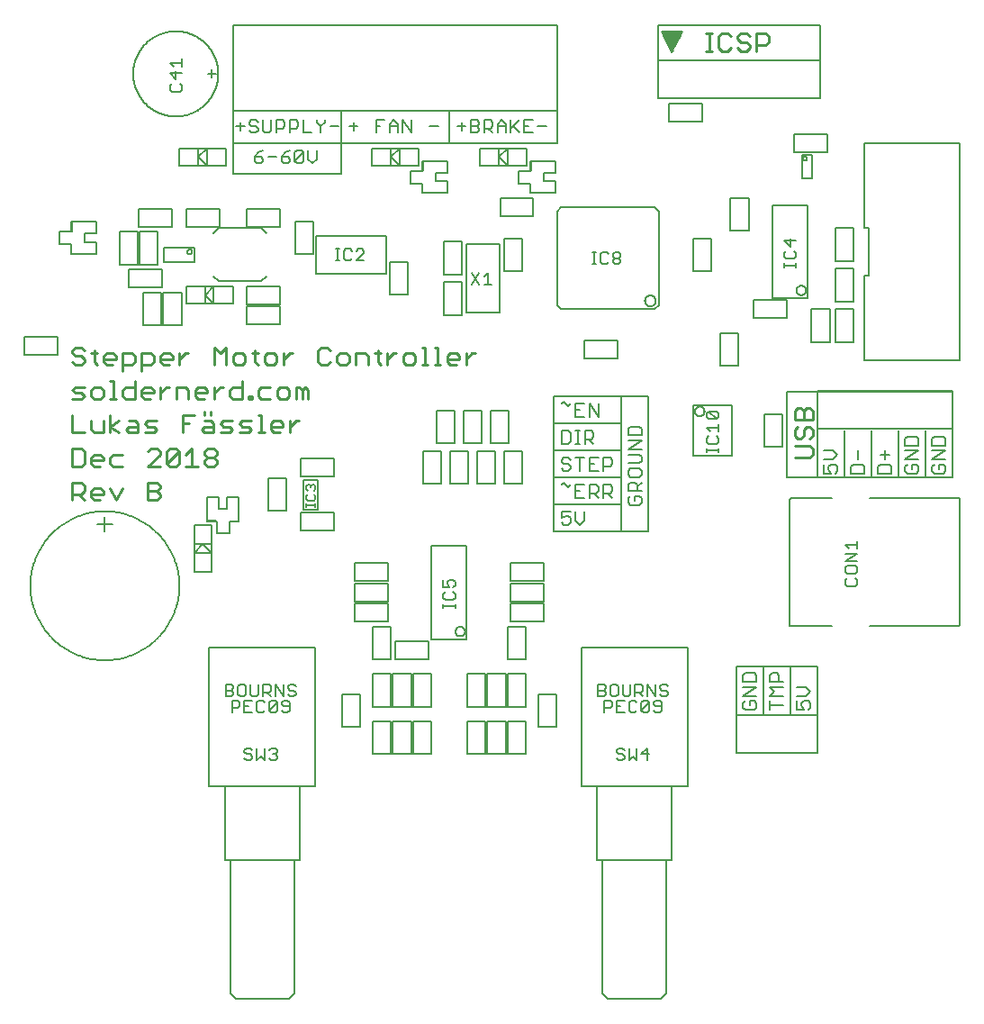
<source format=gto>
G75*
%MOIN*%
%OFA0B0*%
%FSLAX25Y25*%
%IPPOS*%
%LPD*%
%AMOC8*
5,1,8,0,0,1.08239X$1,22.5*
%
%ADD10C,0.00591*%
%ADD11C,0.01000*%
%ADD12C,0.00700*%
%ADD13C,0.00600*%
D10*
X0099209Y0080035D02*
X0099209Y0131217D01*
X0138579Y0131217D01*
X0138579Y0080035D01*
X0132674Y0080035D01*
X0132674Y0052476D01*
X0130705Y0052476D01*
X0130705Y0003264D01*
X0128737Y0001295D01*
X0109052Y0001295D01*
X0107083Y0003264D01*
X0107083Y0052476D01*
X0105115Y0052476D01*
X0105115Y0080035D01*
X0132674Y0080035D01*
X0148560Y0101807D02*
X0155253Y0101807D01*
X0155253Y0114012D01*
X0148560Y0114012D01*
X0148560Y0101807D01*
X0159810Y0104012D02*
X0159810Y0091807D01*
X0166503Y0091807D01*
X0166503Y0104012D01*
X0159810Y0104012D01*
X0159810Y0109307D02*
X0166503Y0109307D01*
X0166503Y0121512D01*
X0159810Y0121512D01*
X0159810Y0109307D01*
X0167310Y0109307D02*
X0174003Y0109307D01*
X0174003Y0121512D01*
X0167310Y0121512D01*
X0167310Y0109307D01*
X0167310Y0104012D02*
X0174003Y0104012D01*
X0174003Y0091807D01*
X0167310Y0091807D01*
X0167310Y0104012D01*
X0174810Y0104012D02*
X0181503Y0104012D01*
X0181503Y0091807D01*
X0174810Y0091807D01*
X0174810Y0104012D01*
X0174810Y0109307D02*
X0181503Y0109307D01*
X0181503Y0121512D01*
X0174810Y0121512D01*
X0174810Y0109307D01*
X0180509Y0127063D02*
X0168304Y0127063D01*
X0168304Y0133756D01*
X0180509Y0133756D01*
X0180509Y0127063D01*
X0181660Y0134435D02*
X0181660Y0168884D01*
X0194652Y0168884D01*
X0194652Y0134435D01*
X0181660Y0134435D01*
X0190502Y0137284D02*
X0190504Y0137367D01*
X0190510Y0137451D01*
X0190520Y0137534D01*
X0190533Y0137616D01*
X0190551Y0137698D01*
X0190573Y0137778D01*
X0190598Y0137858D01*
X0190627Y0137936D01*
X0190659Y0138013D01*
X0190696Y0138089D01*
X0190735Y0138162D01*
X0190779Y0138233D01*
X0190825Y0138303D01*
X0190875Y0138370D01*
X0190928Y0138435D01*
X0190983Y0138497D01*
X0191042Y0138556D01*
X0191104Y0138613D01*
X0191168Y0138666D01*
X0191234Y0138717D01*
X0191303Y0138764D01*
X0191374Y0138808D01*
X0191447Y0138849D01*
X0191522Y0138886D01*
X0191598Y0138919D01*
X0191676Y0138949D01*
X0191756Y0138975D01*
X0191836Y0138998D01*
X0191917Y0139016D01*
X0192000Y0139031D01*
X0192082Y0139042D01*
X0192166Y0139049D01*
X0192249Y0139052D01*
X0192333Y0139051D01*
X0192416Y0139046D01*
X0192499Y0139037D01*
X0192582Y0139024D01*
X0192663Y0139008D01*
X0192744Y0138987D01*
X0192824Y0138963D01*
X0192903Y0138935D01*
X0192980Y0138903D01*
X0193056Y0138868D01*
X0193130Y0138829D01*
X0193202Y0138787D01*
X0193272Y0138741D01*
X0193339Y0138692D01*
X0193405Y0138640D01*
X0193467Y0138585D01*
X0193528Y0138527D01*
X0193585Y0138466D01*
X0193639Y0138403D01*
X0193690Y0138337D01*
X0193739Y0138268D01*
X0193783Y0138198D01*
X0193825Y0138125D01*
X0193863Y0138051D01*
X0193897Y0137975D01*
X0193928Y0137897D01*
X0193955Y0137818D01*
X0193979Y0137738D01*
X0193998Y0137657D01*
X0194014Y0137575D01*
X0194026Y0137492D01*
X0194034Y0137409D01*
X0194038Y0137326D01*
X0194038Y0137242D01*
X0194034Y0137159D01*
X0194026Y0137076D01*
X0194014Y0136993D01*
X0193998Y0136911D01*
X0193979Y0136830D01*
X0193955Y0136750D01*
X0193928Y0136671D01*
X0193897Y0136593D01*
X0193863Y0136517D01*
X0193825Y0136443D01*
X0193783Y0136370D01*
X0193739Y0136300D01*
X0193690Y0136231D01*
X0193639Y0136165D01*
X0193585Y0136102D01*
X0193528Y0136041D01*
X0193467Y0135983D01*
X0193405Y0135928D01*
X0193339Y0135876D01*
X0193272Y0135827D01*
X0193202Y0135781D01*
X0193130Y0135739D01*
X0193056Y0135700D01*
X0192980Y0135665D01*
X0192903Y0135633D01*
X0192824Y0135605D01*
X0192744Y0135581D01*
X0192663Y0135560D01*
X0192582Y0135544D01*
X0192499Y0135531D01*
X0192416Y0135522D01*
X0192333Y0135517D01*
X0192249Y0135516D01*
X0192166Y0135519D01*
X0192082Y0135526D01*
X0192000Y0135537D01*
X0191917Y0135552D01*
X0191836Y0135570D01*
X0191756Y0135593D01*
X0191676Y0135619D01*
X0191598Y0135649D01*
X0191522Y0135682D01*
X0191447Y0135719D01*
X0191374Y0135760D01*
X0191303Y0135804D01*
X0191234Y0135851D01*
X0191168Y0135902D01*
X0191104Y0135955D01*
X0191042Y0136012D01*
X0190983Y0136071D01*
X0190928Y0136133D01*
X0190875Y0136198D01*
X0190825Y0136265D01*
X0190779Y0136335D01*
X0190735Y0136406D01*
X0190696Y0136479D01*
X0190659Y0136555D01*
X0190627Y0136632D01*
X0190598Y0136710D01*
X0190573Y0136790D01*
X0190551Y0136870D01*
X0190533Y0136952D01*
X0190520Y0137034D01*
X0190510Y0137117D01*
X0190504Y0137201D01*
X0190502Y0137284D01*
X0194810Y0121512D02*
X0201503Y0121512D01*
X0201503Y0109307D01*
X0194810Y0109307D01*
X0194810Y0121512D01*
X0202310Y0121512D02*
X0209003Y0121512D01*
X0209003Y0109307D01*
X0202310Y0109307D01*
X0202310Y0121512D01*
X0209810Y0121512D02*
X0209810Y0109307D01*
X0216503Y0109307D01*
X0216503Y0121512D01*
X0209810Y0121512D01*
X0209810Y0126807D02*
X0216503Y0126807D01*
X0216503Y0139012D01*
X0209810Y0139012D01*
X0209810Y0126807D01*
X0221060Y0114012D02*
X0227753Y0114012D01*
X0227753Y0101807D01*
X0221060Y0101807D01*
X0221060Y0114012D01*
X0216503Y0104012D02*
X0209810Y0104012D01*
X0209810Y0091807D01*
X0216503Y0091807D01*
X0216503Y0104012D01*
X0209003Y0104012D02*
X0202310Y0104012D01*
X0202310Y0091807D01*
X0209003Y0091807D01*
X0209003Y0104012D01*
X0201503Y0104012D02*
X0194810Y0104012D01*
X0194810Y0091807D01*
X0201503Y0091807D01*
X0201503Y0104012D01*
X0166503Y0126807D02*
X0159810Y0126807D01*
X0159810Y0139012D01*
X0166503Y0139012D01*
X0166503Y0126807D01*
X0165509Y0140813D02*
X0153304Y0140813D01*
X0153304Y0147506D01*
X0165509Y0147506D01*
X0165509Y0140813D01*
X0165509Y0148313D02*
X0165509Y0155006D01*
X0153304Y0155006D01*
X0153304Y0148313D01*
X0165509Y0148313D01*
X0165509Y0155813D02*
X0165509Y0162506D01*
X0153304Y0162506D01*
X0153304Y0155813D01*
X0165509Y0155813D01*
X0145509Y0174563D02*
X0145509Y0181256D01*
X0133304Y0181256D01*
X0133304Y0174563D01*
X0145509Y0174563D01*
X0139662Y0182398D02*
X0134150Y0182398D01*
X0134150Y0193421D01*
X0139662Y0193421D01*
X0139662Y0182398D01*
X0127753Y0181807D02*
X0127753Y0194012D01*
X0121060Y0194012D01*
X0121060Y0181807D01*
X0127753Y0181807D01*
X0133304Y0194563D02*
X0145509Y0194563D01*
X0145509Y0201256D01*
X0133304Y0201256D01*
X0133304Y0194563D01*
X0110312Y0187102D02*
X0110312Y0178047D01*
X0106768Y0178047D01*
X0106768Y0173717D01*
X0102044Y0173717D01*
X0102044Y0178047D01*
X0098501Y0178047D01*
X0098501Y0187102D01*
X0102831Y0187102D01*
X0102831Y0182772D01*
X0105981Y0182772D01*
X0105981Y0187102D01*
X0110312Y0187102D01*
X0100056Y0176571D02*
X0093757Y0176571D01*
X0093757Y0169484D01*
X0096906Y0169484D01*
X0100056Y0166335D01*
X0093757Y0166335D01*
X0096906Y0169484D01*
X0100056Y0169484D01*
X0100056Y0166335D01*
X0100056Y0159248D01*
X0093757Y0159248D01*
X0093757Y0166335D01*
X0093757Y0169484D01*
X0100056Y0169484D02*
X0100056Y0176571D01*
X0063412Y0176994D02*
X0057900Y0176994D01*
X0060656Y0179750D02*
X0060656Y0174238D01*
X0033097Y0154159D02*
X0033105Y0154835D01*
X0033130Y0155511D01*
X0033172Y0156186D01*
X0033230Y0156860D01*
X0033304Y0157533D01*
X0033395Y0158203D01*
X0033503Y0158871D01*
X0033627Y0159535D01*
X0033767Y0160197D01*
X0033923Y0160855D01*
X0034095Y0161509D01*
X0034284Y0162159D01*
X0034488Y0162804D01*
X0034708Y0163443D01*
X0034944Y0164077D01*
X0035195Y0164705D01*
X0035461Y0165327D01*
X0035743Y0165942D01*
X0036040Y0166550D01*
X0036351Y0167150D01*
X0036677Y0167743D01*
X0037018Y0168327D01*
X0037373Y0168903D01*
X0037742Y0169470D01*
X0038124Y0170028D01*
X0038520Y0170576D01*
X0038930Y0171114D01*
X0039353Y0171642D01*
X0039788Y0172160D01*
X0040236Y0172666D01*
X0040696Y0173162D01*
X0041169Y0173646D01*
X0041653Y0174119D01*
X0042149Y0174579D01*
X0042655Y0175027D01*
X0043173Y0175462D01*
X0043701Y0175885D01*
X0044239Y0176295D01*
X0044787Y0176691D01*
X0045345Y0177073D01*
X0045912Y0177442D01*
X0046488Y0177797D01*
X0047072Y0178138D01*
X0047665Y0178464D01*
X0048265Y0178775D01*
X0048873Y0179072D01*
X0049488Y0179354D01*
X0050110Y0179620D01*
X0050738Y0179871D01*
X0051372Y0180107D01*
X0052011Y0180327D01*
X0052656Y0180531D01*
X0053306Y0180720D01*
X0053960Y0180892D01*
X0054618Y0181048D01*
X0055280Y0181188D01*
X0055944Y0181312D01*
X0056612Y0181420D01*
X0057282Y0181511D01*
X0057955Y0181585D01*
X0058629Y0181643D01*
X0059304Y0181685D01*
X0059980Y0181710D01*
X0060656Y0181718D01*
X0061332Y0181710D01*
X0062008Y0181685D01*
X0062683Y0181643D01*
X0063357Y0181585D01*
X0064030Y0181511D01*
X0064700Y0181420D01*
X0065368Y0181312D01*
X0066032Y0181188D01*
X0066694Y0181048D01*
X0067352Y0180892D01*
X0068006Y0180720D01*
X0068656Y0180531D01*
X0069301Y0180327D01*
X0069940Y0180107D01*
X0070574Y0179871D01*
X0071202Y0179620D01*
X0071824Y0179354D01*
X0072439Y0179072D01*
X0073047Y0178775D01*
X0073647Y0178464D01*
X0074240Y0178138D01*
X0074824Y0177797D01*
X0075400Y0177442D01*
X0075967Y0177073D01*
X0076525Y0176691D01*
X0077073Y0176295D01*
X0077611Y0175885D01*
X0078139Y0175462D01*
X0078657Y0175027D01*
X0079163Y0174579D01*
X0079659Y0174119D01*
X0080143Y0173646D01*
X0080616Y0173162D01*
X0081076Y0172666D01*
X0081524Y0172160D01*
X0081959Y0171642D01*
X0082382Y0171114D01*
X0082792Y0170576D01*
X0083188Y0170028D01*
X0083570Y0169470D01*
X0083939Y0168903D01*
X0084294Y0168327D01*
X0084635Y0167743D01*
X0084961Y0167150D01*
X0085272Y0166550D01*
X0085569Y0165942D01*
X0085851Y0165327D01*
X0086117Y0164705D01*
X0086368Y0164077D01*
X0086604Y0163443D01*
X0086824Y0162804D01*
X0087028Y0162159D01*
X0087217Y0161509D01*
X0087389Y0160855D01*
X0087545Y0160197D01*
X0087685Y0159535D01*
X0087809Y0158871D01*
X0087917Y0158203D01*
X0088008Y0157533D01*
X0088082Y0156860D01*
X0088140Y0156186D01*
X0088182Y0155511D01*
X0088207Y0154835D01*
X0088215Y0154159D01*
X0088207Y0153483D01*
X0088182Y0152807D01*
X0088140Y0152132D01*
X0088082Y0151458D01*
X0088008Y0150785D01*
X0087917Y0150115D01*
X0087809Y0149447D01*
X0087685Y0148783D01*
X0087545Y0148121D01*
X0087389Y0147463D01*
X0087217Y0146809D01*
X0087028Y0146159D01*
X0086824Y0145514D01*
X0086604Y0144875D01*
X0086368Y0144241D01*
X0086117Y0143613D01*
X0085851Y0142991D01*
X0085569Y0142376D01*
X0085272Y0141768D01*
X0084961Y0141168D01*
X0084635Y0140575D01*
X0084294Y0139991D01*
X0083939Y0139415D01*
X0083570Y0138848D01*
X0083188Y0138290D01*
X0082792Y0137742D01*
X0082382Y0137204D01*
X0081959Y0136676D01*
X0081524Y0136158D01*
X0081076Y0135652D01*
X0080616Y0135156D01*
X0080143Y0134672D01*
X0079659Y0134199D01*
X0079163Y0133739D01*
X0078657Y0133291D01*
X0078139Y0132856D01*
X0077611Y0132433D01*
X0077073Y0132023D01*
X0076525Y0131627D01*
X0075967Y0131245D01*
X0075400Y0130876D01*
X0074824Y0130521D01*
X0074240Y0130180D01*
X0073647Y0129854D01*
X0073047Y0129543D01*
X0072439Y0129246D01*
X0071824Y0128964D01*
X0071202Y0128698D01*
X0070574Y0128447D01*
X0069940Y0128211D01*
X0069301Y0127991D01*
X0068656Y0127787D01*
X0068006Y0127598D01*
X0067352Y0127426D01*
X0066694Y0127270D01*
X0066032Y0127130D01*
X0065368Y0127006D01*
X0064700Y0126898D01*
X0064030Y0126807D01*
X0063357Y0126733D01*
X0062683Y0126675D01*
X0062008Y0126633D01*
X0061332Y0126608D01*
X0060656Y0126600D01*
X0059980Y0126608D01*
X0059304Y0126633D01*
X0058629Y0126675D01*
X0057955Y0126733D01*
X0057282Y0126807D01*
X0056612Y0126898D01*
X0055944Y0127006D01*
X0055280Y0127130D01*
X0054618Y0127270D01*
X0053960Y0127426D01*
X0053306Y0127598D01*
X0052656Y0127787D01*
X0052011Y0127991D01*
X0051372Y0128211D01*
X0050738Y0128447D01*
X0050110Y0128698D01*
X0049488Y0128964D01*
X0048873Y0129246D01*
X0048265Y0129543D01*
X0047665Y0129854D01*
X0047072Y0130180D01*
X0046488Y0130521D01*
X0045912Y0130876D01*
X0045345Y0131245D01*
X0044787Y0131627D01*
X0044239Y0132023D01*
X0043701Y0132433D01*
X0043173Y0132856D01*
X0042655Y0133291D01*
X0042149Y0133739D01*
X0041653Y0134199D01*
X0041169Y0134672D01*
X0040696Y0135156D01*
X0040236Y0135652D01*
X0039788Y0136158D01*
X0039353Y0136676D01*
X0038930Y0137204D01*
X0038520Y0137742D01*
X0038124Y0138290D01*
X0037742Y0138848D01*
X0037373Y0139415D01*
X0037018Y0139991D01*
X0036677Y0140575D01*
X0036351Y0141168D01*
X0036040Y0141768D01*
X0035743Y0142376D01*
X0035461Y0142991D01*
X0035195Y0143613D01*
X0034944Y0144241D01*
X0034708Y0144875D01*
X0034488Y0145514D01*
X0034284Y0146159D01*
X0034095Y0146809D01*
X0033923Y0147463D01*
X0033767Y0148121D01*
X0033627Y0148783D01*
X0033503Y0149447D01*
X0033395Y0150115D01*
X0033304Y0150785D01*
X0033230Y0151458D01*
X0033172Y0152132D01*
X0033130Y0152807D01*
X0033105Y0153483D01*
X0033097Y0154159D01*
X0099209Y0080035D02*
X0105115Y0080035D01*
X0107083Y0052476D02*
X0130705Y0052476D01*
X0210804Y0140813D02*
X0210804Y0147506D01*
X0223009Y0147506D01*
X0223009Y0140813D01*
X0210804Y0140813D01*
X0210804Y0148313D02*
X0210804Y0155006D01*
X0223009Y0155006D01*
X0223009Y0148313D01*
X0210804Y0148313D01*
X0210804Y0155813D02*
X0223009Y0155813D01*
X0223009Y0162506D01*
X0210804Y0162506D01*
X0210804Y0155813D01*
X0226906Y0174159D02*
X0226906Y0184159D01*
X0251906Y0184159D01*
X0251906Y0194159D01*
X0226906Y0194159D01*
X0226906Y0204159D01*
X0251906Y0204159D01*
X0251906Y0214159D01*
X0226906Y0214159D01*
X0226906Y0224159D01*
X0251906Y0224159D01*
X0261906Y0224159D01*
X0261906Y0174159D01*
X0226906Y0174159D01*
X0226906Y0184159D02*
X0226906Y0194159D01*
X0226906Y0204159D02*
X0226906Y0214159D01*
X0215253Y0204012D02*
X0208560Y0204012D01*
X0208560Y0191807D01*
X0215253Y0191807D01*
X0215253Y0204012D01*
X0210253Y0206807D02*
X0210253Y0219012D01*
X0203560Y0219012D01*
X0203560Y0206807D01*
X0210253Y0206807D01*
X0205253Y0204012D02*
X0198560Y0204012D01*
X0198560Y0191807D01*
X0205253Y0191807D01*
X0205253Y0204012D01*
X0200253Y0206807D02*
X0200253Y0219012D01*
X0193560Y0219012D01*
X0193560Y0206807D01*
X0200253Y0206807D01*
X0195253Y0204012D02*
X0188560Y0204012D01*
X0188560Y0191807D01*
X0195253Y0191807D01*
X0195253Y0204012D01*
X0190253Y0206807D02*
X0190253Y0219012D01*
X0183560Y0219012D01*
X0183560Y0206807D01*
X0190253Y0206807D01*
X0185253Y0204012D02*
X0178560Y0204012D01*
X0178560Y0191807D01*
X0185253Y0191807D01*
X0185253Y0204012D01*
X0238304Y0238313D02*
X0250509Y0238313D01*
X0250509Y0245006D01*
X0238304Y0245006D01*
X0238304Y0238313D01*
X0251906Y0224159D02*
X0251906Y0214159D01*
X0251906Y0204159D02*
X0251906Y0194159D01*
X0251906Y0184159D02*
X0251906Y0174159D01*
X0278570Y0202211D02*
X0278570Y0221108D01*
X0292743Y0221108D01*
X0292743Y0202211D01*
X0278570Y0202211D01*
X0279171Y0218746D02*
X0279173Y0218830D01*
X0279179Y0218913D01*
X0279189Y0218997D01*
X0279203Y0219079D01*
X0279221Y0219161D01*
X0279242Y0219242D01*
X0279268Y0219322D01*
X0279297Y0219400D01*
X0279330Y0219478D01*
X0279367Y0219553D01*
X0279407Y0219626D01*
X0279451Y0219698D01*
X0279498Y0219767D01*
X0279548Y0219835D01*
X0279601Y0219899D01*
X0279658Y0219961D01*
X0279717Y0220020D01*
X0279779Y0220077D01*
X0279843Y0220130D01*
X0279911Y0220180D01*
X0279980Y0220227D01*
X0280051Y0220271D01*
X0280125Y0220311D01*
X0280200Y0220348D01*
X0280278Y0220381D01*
X0280356Y0220410D01*
X0280436Y0220436D01*
X0280517Y0220457D01*
X0280599Y0220475D01*
X0280681Y0220489D01*
X0280765Y0220499D01*
X0280848Y0220505D01*
X0280932Y0220507D01*
X0281016Y0220505D01*
X0281099Y0220499D01*
X0281183Y0220489D01*
X0281265Y0220475D01*
X0281347Y0220457D01*
X0281428Y0220436D01*
X0281508Y0220410D01*
X0281586Y0220381D01*
X0281664Y0220348D01*
X0281739Y0220311D01*
X0281812Y0220271D01*
X0281884Y0220227D01*
X0281953Y0220180D01*
X0282021Y0220130D01*
X0282085Y0220077D01*
X0282147Y0220020D01*
X0282206Y0219961D01*
X0282263Y0219899D01*
X0282316Y0219835D01*
X0282366Y0219767D01*
X0282413Y0219698D01*
X0282457Y0219627D01*
X0282497Y0219553D01*
X0282534Y0219478D01*
X0282567Y0219400D01*
X0282596Y0219322D01*
X0282622Y0219242D01*
X0282643Y0219161D01*
X0282661Y0219079D01*
X0282675Y0218997D01*
X0282685Y0218913D01*
X0282691Y0218830D01*
X0282693Y0218746D01*
X0282691Y0218662D01*
X0282685Y0218579D01*
X0282675Y0218495D01*
X0282661Y0218413D01*
X0282643Y0218331D01*
X0282622Y0218250D01*
X0282596Y0218170D01*
X0282567Y0218092D01*
X0282534Y0218014D01*
X0282497Y0217939D01*
X0282457Y0217866D01*
X0282413Y0217794D01*
X0282366Y0217725D01*
X0282316Y0217657D01*
X0282263Y0217593D01*
X0282206Y0217531D01*
X0282147Y0217472D01*
X0282085Y0217415D01*
X0282021Y0217362D01*
X0281953Y0217312D01*
X0281884Y0217265D01*
X0281813Y0217221D01*
X0281739Y0217181D01*
X0281664Y0217144D01*
X0281586Y0217111D01*
X0281508Y0217082D01*
X0281428Y0217056D01*
X0281347Y0217035D01*
X0281265Y0217017D01*
X0281183Y0217003D01*
X0281099Y0216993D01*
X0281016Y0216987D01*
X0280932Y0216985D01*
X0280848Y0216987D01*
X0280765Y0216993D01*
X0280681Y0217003D01*
X0280599Y0217017D01*
X0280517Y0217035D01*
X0280436Y0217056D01*
X0280356Y0217082D01*
X0280278Y0217111D01*
X0280200Y0217144D01*
X0280125Y0217181D01*
X0280052Y0217221D01*
X0279980Y0217265D01*
X0279911Y0217312D01*
X0279843Y0217362D01*
X0279779Y0217415D01*
X0279717Y0217472D01*
X0279658Y0217531D01*
X0279601Y0217593D01*
X0279548Y0217657D01*
X0279498Y0217725D01*
X0279451Y0217794D01*
X0279407Y0217865D01*
X0279367Y0217939D01*
X0279330Y0218014D01*
X0279297Y0218092D01*
X0279268Y0218170D01*
X0279242Y0218250D01*
X0279221Y0218331D01*
X0279203Y0218413D01*
X0279189Y0218495D01*
X0279179Y0218579D01*
X0279173Y0218662D01*
X0279171Y0218746D01*
X0288560Y0235557D02*
X0295253Y0235557D01*
X0295253Y0247762D01*
X0288560Y0247762D01*
X0288560Y0235557D01*
X0300804Y0253313D02*
X0313009Y0253313D01*
X0313009Y0260006D01*
X0300804Y0260006D01*
X0300804Y0253313D01*
X0307910Y0260685D02*
X0307910Y0295134D01*
X0320902Y0295134D01*
X0320902Y0260685D01*
X0307910Y0260685D01*
X0316752Y0263534D02*
X0316754Y0263617D01*
X0316760Y0263701D01*
X0316770Y0263784D01*
X0316783Y0263866D01*
X0316801Y0263948D01*
X0316823Y0264028D01*
X0316848Y0264108D01*
X0316877Y0264186D01*
X0316909Y0264263D01*
X0316946Y0264339D01*
X0316985Y0264412D01*
X0317029Y0264483D01*
X0317075Y0264553D01*
X0317125Y0264620D01*
X0317178Y0264685D01*
X0317233Y0264747D01*
X0317292Y0264806D01*
X0317354Y0264863D01*
X0317418Y0264916D01*
X0317484Y0264967D01*
X0317553Y0265014D01*
X0317624Y0265058D01*
X0317697Y0265099D01*
X0317772Y0265136D01*
X0317848Y0265169D01*
X0317926Y0265199D01*
X0318006Y0265225D01*
X0318086Y0265248D01*
X0318167Y0265266D01*
X0318250Y0265281D01*
X0318332Y0265292D01*
X0318416Y0265299D01*
X0318499Y0265302D01*
X0318583Y0265301D01*
X0318666Y0265296D01*
X0318749Y0265287D01*
X0318832Y0265274D01*
X0318913Y0265258D01*
X0318994Y0265237D01*
X0319074Y0265213D01*
X0319153Y0265185D01*
X0319230Y0265153D01*
X0319306Y0265118D01*
X0319380Y0265079D01*
X0319452Y0265037D01*
X0319522Y0264991D01*
X0319589Y0264942D01*
X0319655Y0264890D01*
X0319717Y0264835D01*
X0319778Y0264777D01*
X0319835Y0264716D01*
X0319889Y0264653D01*
X0319940Y0264587D01*
X0319989Y0264518D01*
X0320033Y0264448D01*
X0320075Y0264375D01*
X0320113Y0264301D01*
X0320147Y0264225D01*
X0320178Y0264147D01*
X0320205Y0264068D01*
X0320229Y0263988D01*
X0320248Y0263907D01*
X0320264Y0263825D01*
X0320276Y0263742D01*
X0320284Y0263659D01*
X0320288Y0263576D01*
X0320288Y0263492D01*
X0320284Y0263409D01*
X0320276Y0263326D01*
X0320264Y0263243D01*
X0320248Y0263161D01*
X0320229Y0263080D01*
X0320205Y0263000D01*
X0320178Y0262921D01*
X0320147Y0262843D01*
X0320113Y0262767D01*
X0320075Y0262693D01*
X0320033Y0262620D01*
X0319989Y0262550D01*
X0319940Y0262481D01*
X0319889Y0262415D01*
X0319835Y0262352D01*
X0319778Y0262291D01*
X0319717Y0262233D01*
X0319655Y0262178D01*
X0319589Y0262126D01*
X0319522Y0262077D01*
X0319452Y0262031D01*
X0319380Y0261989D01*
X0319306Y0261950D01*
X0319230Y0261915D01*
X0319153Y0261883D01*
X0319074Y0261855D01*
X0318994Y0261831D01*
X0318913Y0261810D01*
X0318832Y0261794D01*
X0318749Y0261781D01*
X0318666Y0261772D01*
X0318583Y0261767D01*
X0318499Y0261766D01*
X0318416Y0261769D01*
X0318332Y0261776D01*
X0318250Y0261787D01*
X0318167Y0261802D01*
X0318086Y0261820D01*
X0318006Y0261843D01*
X0317926Y0261869D01*
X0317848Y0261899D01*
X0317772Y0261932D01*
X0317697Y0261969D01*
X0317624Y0262010D01*
X0317553Y0262054D01*
X0317484Y0262101D01*
X0317418Y0262152D01*
X0317354Y0262205D01*
X0317292Y0262262D01*
X0317233Y0262321D01*
X0317178Y0262383D01*
X0317125Y0262448D01*
X0317075Y0262515D01*
X0317029Y0262585D01*
X0316985Y0262656D01*
X0316946Y0262729D01*
X0316909Y0262805D01*
X0316877Y0262882D01*
X0316848Y0262960D01*
X0316823Y0263040D01*
X0316801Y0263120D01*
X0316783Y0263202D01*
X0316770Y0263284D01*
X0316760Y0263367D01*
X0316754Y0263451D01*
X0316752Y0263534D01*
X0322310Y0256512D02*
X0329003Y0256512D01*
X0329003Y0244307D01*
X0322310Y0244307D01*
X0322310Y0256512D01*
X0331060Y0256512D02*
X0337753Y0256512D01*
X0337753Y0244307D01*
X0331060Y0244307D01*
X0331060Y0256512D01*
X0331060Y0259307D02*
X0337753Y0259307D01*
X0337753Y0271512D01*
X0331060Y0271512D01*
X0331060Y0259307D01*
X0341690Y0269051D02*
X0343658Y0269051D01*
X0343658Y0286768D01*
X0341690Y0286768D01*
X0341690Y0318067D01*
X0377123Y0318067D01*
X0377123Y0237752D01*
X0341690Y0237752D01*
X0341690Y0269051D01*
X0337753Y0274307D02*
X0331060Y0274307D01*
X0331060Y0286512D01*
X0337753Y0286512D01*
X0337753Y0274307D01*
X0322625Y0304829D02*
X0318688Y0304829D01*
X0318688Y0313490D01*
X0322625Y0313490D01*
X0322625Y0304829D01*
X0319082Y0312309D02*
X0319084Y0312365D01*
X0319090Y0312420D01*
X0319100Y0312474D01*
X0319113Y0312528D01*
X0319131Y0312581D01*
X0319152Y0312632D01*
X0319176Y0312682D01*
X0319204Y0312730D01*
X0319236Y0312776D01*
X0319270Y0312820D01*
X0319308Y0312861D01*
X0319348Y0312899D01*
X0319391Y0312934D01*
X0319436Y0312966D01*
X0319484Y0312995D01*
X0319533Y0313021D01*
X0319584Y0313043D01*
X0319636Y0313061D01*
X0319690Y0313075D01*
X0319745Y0313086D01*
X0319800Y0313093D01*
X0319855Y0313096D01*
X0319911Y0313095D01*
X0319966Y0313090D01*
X0320021Y0313081D01*
X0320075Y0313069D01*
X0320128Y0313052D01*
X0320180Y0313032D01*
X0320230Y0313008D01*
X0320278Y0312981D01*
X0320325Y0312951D01*
X0320369Y0312917D01*
X0320411Y0312880D01*
X0320449Y0312840D01*
X0320486Y0312798D01*
X0320519Y0312753D01*
X0320548Y0312707D01*
X0320575Y0312658D01*
X0320597Y0312607D01*
X0320617Y0312555D01*
X0320632Y0312501D01*
X0320644Y0312447D01*
X0320652Y0312392D01*
X0320656Y0312337D01*
X0320656Y0312281D01*
X0320652Y0312226D01*
X0320644Y0312171D01*
X0320632Y0312117D01*
X0320617Y0312063D01*
X0320597Y0312011D01*
X0320575Y0311960D01*
X0320548Y0311911D01*
X0320519Y0311865D01*
X0320486Y0311820D01*
X0320449Y0311778D01*
X0320411Y0311738D01*
X0320369Y0311701D01*
X0320325Y0311667D01*
X0320278Y0311637D01*
X0320230Y0311610D01*
X0320180Y0311586D01*
X0320128Y0311566D01*
X0320075Y0311549D01*
X0320021Y0311537D01*
X0319966Y0311528D01*
X0319911Y0311523D01*
X0319855Y0311522D01*
X0319800Y0311525D01*
X0319745Y0311532D01*
X0319690Y0311543D01*
X0319636Y0311557D01*
X0319584Y0311575D01*
X0319533Y0311597D01*
X0319484Y0311623D01*
X0319436Y0311652D01*
X0319391Y0311684D01*
X0319348Y0311719D01*
X0319308Y0311757D01*
X0319270Y0311798D01*
X0319236Y0311842D01*
X0319204Y0311888D01*
X0319176Y0311936D01*
X0319152Y0311986D01*
X0319131Y0312037D01*
X0319113Y0312090D01*
X0319100Y0312144D01*
X0319090Y0312198D01*
X0319084Y0312253D01*
X0319082Y0312309D01*
X0315804Y0314563D02*
X0315804Y0321256D01*
X0328009Y0321256D01*
X0328009Y0314563D01*
X0315804Y0314563D01*
X0299003Y0297762D02*
X0292310Y0297762D01*
X0292310Y0285557D01*
X0299003Y0285557D01*
X0299003Y0297762D01*
X0285253Y0282762D02*
X0278560Y0282762D01*
X0278560Y0270557D01*
X0285253Y0270557D01*
X0285253Y0282762D01*
X0265804Y0292732D02*
X0265804Y0258087D01*
X0264229Y0256512D01*
X0229583Y0256512D01*
X0228009Y0258087D01*
X0228009Y0292732D01*
X0229583Y0294307D01*
X0264229Y0294307D01*
X0265804Y0292732D01*
X0269554Y0325813D02*
X0269554Y0332506D01*
X0281759Y0332506D01*
X0281759Y0325813D01*
X0269554Y0325813D01*
X0265656Y0334659D02*
X0265656Y0348659D01*
X0325656Y0348659D01*
X0325656Y0334659D01*
X0265656Y0334659D01*
X0265656Y0347909D02*
X0265656Y0361659D01*
X0325656Y0361659D01*
X0325656Y0347909D01*
X0274406Y0359159D02*
X0270656Y0351659D01*
X0266906Y0359159D01*
X0274406Y0359159D01*
X0274266Y0358878D02*
X0267047Y0358878D01*
X0267341Y0358289D02*
X0273971Y0358289D01*
X0273676Y0357700D02*
X0267636Y0357700D01*
X0267930Y0357111D02*
X0273382Y0357111D01*
X0273087Y0356522D02*
X0268225Y0356522D01*
X0268519Y0355933D02*
X0272793Y0355933D01*
X0272498Y0355344D02*
X0268814Y0355344D01*
X0269109Y0354755D02*
X0272204Y0354755D01*
X0271909Y0354166D02*
X0269403Y0354166D01*
X0269698Y0353577D02*
X0271615Y0353577D01*
X0271320Y0352988D02*
X0269992Y0352988D01*
X0270287Y0352399D02*
X0271026Y0352399D01*
X0270731Y0351809D02*
X0270581Y0351809D01*
X0228156Y0361620D02*
X0228156Y0330124D01*
X0108156Y0330124D01*
X0108156Y0361620D01*
X0228156Y0361620D01*
X0228156Y0330409D02*
X0228156Y0317909D01*
X0188156Y0317909D01*
X0188156Y0329784D01*
X0188156Y0317909D02*
X0148156Y0317909D01*
X0148156Y0306659D01*
X0108156Y0306659D01*
X0108156Y0317909D01*
X0108156Y0330409D01*
X0108156Y0317909D02*
X0148156Y0317909D01*
X0148156Y0330409D01*
X0159495Y0316059D02*
X0159495Y0309760D01*
X0166581Y0309760D01*
X0166581Y0312909D01*
X0169731Y0316059D01*
X0169731Y0309760D01*
X0166581Y0312909D01*
X0166581Y0316059D01*
X0169731Y0316059D01*
X0176818Y0316059D01*
X0176818Y0309760D01*
X0169731Y0309760D01*
X0166581Y0309760D01*
X0166581Y0316059D02*
X0159495Y0316059D01*
X0173963Y0307772D02*
X0173963Y0303047D01*
X0178294Y0303047D01*
X0178294Y0299504D01*
X0187349Y0299504D01*
X0187349Y0303835D01*
X0183018Y0303835D01*
X0183018Y0306984D01*
X0187349Y0306984D01*
X0187349Y0311315D01*
X0178294Y0311315D01*
X0178294Y0307772D01*
X0173963Y0307772D01*
X0199495Y0309760D02*
X0199495Y0316059D01*
X0206581Y0316059D01*
X0206581Y0312909D01*
X0209731Y0316059D01*
X0209731Y0309760D01*
X0206581Y0312909D01*
X0206581Y0309760D01*
X0199495Y0309760D01*
X0206581Y0309760D02*
X0209731Y0309760D01*
X0216818Y0309760D01*
X0216818Y0316059D01*
X0209731Y0316059D01*
X0206581Y0316059D01*
X0213963Y0307772D02*
X0213963Y0303047D01*
X0218294Y0303047D01*
X0218294Y0299504D01*
X0227349Y0299504D01*
X0227349Y0303835D01*
X0223018Y0303835D01*
X0223018Y0306984D01*
X0227349Y0306984D01*
X0227349Y0311315D01*
X0218294Y0311315D01*
X0218294Y0307772D01*
X0213963Y0307772D01*
X0219259Y0297506D02*
X0207054Y0297506D01*
X0207054Y0290813D01*
X0219259Y0290813D01*
X0219259Y0297506D01*
X0215253Y0282762D02*
X0208560Y0282762D01*
X0208560Y0270557D01*
X0215253Y0270557D01*
X0215253Y0282762D01*
X0206955Y0280508D02*
X0194357Y0280508D01*
X0194357Y0255311D01*
X0206955Y0255311D01*
X0206955Y0280508D01*
X0192753Y0281512D02*
X0192753Y0269307D01*
X0186060Y0269307D01*
X0186060Y0281512D01*
X0192753Y0281512D01*
X0192753Y0266512D02*
X0186060Y0266512D01*
X0186060Y0254307D01*
X0192753Y0254307D01*
X0192753Y0266512D01*
X0172753Y0261807D02*
X0172753Y0274012D01*
X0166060Y0274012D01*
X0166060Y0261807D01*
X0172753Y0261807D01*
X0164898Y0269573D02*
X0138914Y0269573D01*
X0138914Y0283746D01*
X0164898Y0283746D01*
X0164898Y0269573D01*
X0137753Y0276807D02*
X0131060Y0276807D01*
X0131060Y0289012D01*
X0137753Y0289012D01*
X0137753Y0276807D01*
X0125509Y0287063D02*
X0125509Y0293756D01*
X0113304Y0293756D01*
X0113304Y0287063D01*
X0125509Y0287063D01*
X0120499Y0284533D02*
X0118530Y0286502D01*
X0102782Y0286502D01*
X0100814Y0284533D01*
X0103009Y0287063D02*
X0103009Y0293756D01*
X0090804Y0293756D01*
X0090804Y0287063D01*
X0103009Y0287063D01*
X0093668Y0279415D02*
X0093668Y0273904D01*
X0082644Y0273904D01*
X0082644Y0279415D01*
X0093668Y0279415D01*
X0091213Y0277841D02*
X0091215Y0277900D01*
X0091221Y0277958D01*
X0091231Y0278016D01*
X0091244Y0278073D01*
X0091262Y0278130D01*
X0091283Y0278185D01*
X0091308Y0278238D01*
X0091336Y0278289D01*
X0091367Y0278339D01*
X0091402Y0278386D01*
X0091440Y0278431D01*
X0091481Y0278474D01*
X0091525Y0278513D01*
X0091571Y0278549D01*
X0091619Y0278583D01*
X0091670Y0278613D01*
X0091723Y0278639D01*
X0091777Y0278662D01*
X0091832Y0278681D01*
X0091889Y0278697D01*
X0091947Y0278709D01*
X0092005Y0278717D01*
X0092064Y0278721D01*
X0092122Y0278721D01*
X0092181Y0278717D01*
X0092239Y0278709D01*
X0092297Y0278697D01*
X0092354Y0278681D01*
X0092409Y0278662D01*
X0092463Y0278639D01*
X0092516Y0278613D01*
X0092567Y0278583D01*
X0092615Y0278549D01*
X0092661Y0278513D01*
X0092705Y0278474D01*
X0092746Y0278431D01*
X0092784Y0278386D01*
X0092819Y0278339D01*
X0092850Y0278289D01*
X0092878Y0278238D01*
X0092903Y0278185D01*
X0092924Y0278130D01*
X0092942Y0278073D01*
X0092955Y0278016D01*
X0092965Y0277958D01*
X0092971Y0277900D01*
X0092973Y0277841D01*
X0092971Y0277782D01*
X0092965Y0277724D01*
X0092955Y0277666D01*
X0092942Y0277609D01*
X0092924Y0277552D01*
X0092903Y0277497D01*
X0092878Y0277444D01*
X0092850Y0277393D01*
X0092819Y0277343D01*
X0092784Y0277296D01*
X0092746Y0277251D01*
X0092705Y0277208D01*
X0092661Y0277169D01*
X0092615Y0277133D01*
X0092567Y0277099D01*
X0092516Y0277069D01*
X0092463Y0277043D01*
X0092409Y0277020D01*
X0092354Y0277001D01*
X0092297Y0276985D01*
X0092239Y0276973D01*
X0092181Y0276965D01*
X0092122Y0276961D01*
X0092064Y0276961D01*
X0092005Y0276965D01*
X0091947Y0276973D01*
X0091889Y0276985D01*
X0091832Y0277001D01*
X0091777Y0277020D01*
X0091723Y0277043D01*
X0091670Y0277069D01*
X0091619Y0277099D01*
X0091571Y0277133D01*
X0091525Y0277169D01*
X0091481Y0277208D01*
X0091440Y0277251D01*
X0091402Y0277296D01*
X0091367Y0277343D01*
X0091336Y0277393D01*
X0091308Y0277444D01*
X0091283Y0277497D01*
X0091262Y0277552D01*
X0091244Y0277609D01*
X0091231Y0277666D01*
X0091221Y0277724D01*
X0091215Y0277782D01*
X0091213Y0277841D01*
X0085509Y0287063D02*
X0085509Y0293756D01*
X0073304Y0293756D01*
X0073304Y0287063D01*
X0085509Y0287063D01*
X0080253Y0285262D02*
X0073560Y0285262D01*
X0073560Y0273057D01*
X0080253Y0273057D01*
X0080253Y0285262D01*
X0072753Y0285262D02*
X0066060Y0285262D01*
X0066060Y0273057D01*
X0072753Y0273057D01*
X0072753Y0285262D01*
X0057349Y0284484D02*
X0053018Y0284484D01*
X0053018Y0281335D01*
X0057349Y0281335D01*
X0057349Y0277004D01*
X0048294Y0277004D01*
X0048294Y0280547D01*
X0043963Y0280547D01*
X0043963Y0285272D01*
X0048294Y0285272D01*
X0048294Y0288815D01*
X0057349Y0288815D01*
X0057349Y0284484D01*
X0069554Y0271256D02*
X0069554Y0264563D01*
X0081759Y0264563D01*
X0081759Y0271256D01*
X0069554Y0271256D01*
X0074810Y0262762D02*
X0081503Y0262762D01*
X0081503Y0250557D01*
X0074810Y0250557D01*
X0074810Y0262762D01*
X0082310Y0262762D02*
X0089003Y0262762D01*
X0089003Y0250557D01*
X0082310Y0250557D01*
X0082310Y0262762D01*
X0090745Y0264809D02*
X0090745Y0258510D01*
X0097831Y0258510D01*
X0097831Y0261659D01*
X0100981Y0264809D01*
X0100981Y0258510D01*
X0097831Y0261659D01*
X0097831Y0264809D01*
X0100981Y0264809D01*
X0108068Y0264809D01*
X0108068Y0258510D01*
X0100981Y0258510D01*
X0097831Y0258510D01*
X0097831Y0264809D02*
X0090745Y0264809D01*
X0100814Y0268785D02*
X0102782Y0266817D01*
X0118530Y0266817D01*
X0120499Y0268785D01*
X0125509Y0265006D02*
X0113304Y0265006D01*
X0113304Y0258313D01*
X0125509Y0258313D01*
X0125509Y0265006D01*
X0125509Y0257506D02*
X0113304Y0257506D01*
X0113304Y0250813D01*
X0125509Y0250813D01*
X0125509Y0257506D01*
X0105568Y0309760D02*
X0098481Y0309760D01*
X0098481Y0316059D01*
X0095331Y0312909D01*
X0098481Y0309760D01*
X0095331Y0309760D01*
X0095331Y0312909D01*
X0095331Y0316059D01*
X0098481Y0316059D01*
X0105568Y0316059D01*
X0105568Y0309760D01*
X0095331Y0309760D02*
X0088245Y0309760D01*
X0088245Y0316059D01*
X0095331Y0316059D01*
X0100331Y0342256D02*
X0100331Y0345256D01*
X0098831Y0343756D02*
X0101831Y0343756D01*
X0071158Y0343638D02*
X0071163Y0344024D01*
X0071177Y0344411D01*
X0071201Y0344796D01*
X0071234Y0345182D01*
X0071276Y0345566D01*
X0071328Y0345949D01*
X0071390Y0346330D01*
X0071461Y0346710D01*
X0071541Y0347088D01*
X0071630Y0347464D01*
X0071728Y0347838D01*
X0071836Y0348209D01*
X0071953Y0348578D01*
X0072079Y0348943D01*
X0072213Y0349306D01*
X0072357Y0349664D01*
X0072509Y0350020D01*
X0072670Y0350371D01*
X0072840Y0350718D01*
X0073018Y0351062D01*
X0073204Y0351400D01*
X0073398Y0351734D01*
X0073601Y0352063D01*
X0073812Y0352387D01*
X0074031Y0352706D01*
X0074257Y0353019D01*
X0074491Y0353327D01*
X0074733Y0353628D01*
X0074981Y0353924D01*
X0075238Y0354214D01*
X0075501Y0354497D01*
X0075770Y0354774D01*
X0076047Y0355043D01*
X0076330Y0355306D01*
X0076620Y0355563D01*
X0076916Y0355811D01*
X0077217Y0356053D01*
X0077525Y0356287D01*
X0077838Y0356513D01*
X0078157Y0356732D01*
X0078481Y0356943D01*
X0078810Y0357146D01*
X0079144Y0357340D01*
X0079482Y0357526D01*
X0079826Y0357704D01*
X0080173Y0357874D01*
X0080524Y0358035D01*
X0080880Y0358187D01*
X0081238Y0358331D01*
X0081601Y0358465D01*
X0081966Y0358591D01*
X0082335Y0358708D01*
X0082706Y0358816D01*
X0083080Y0358914D01*
X0083456Y0359003D01*
X0083834Y0359083D01*
X0084214Y0359154D01*
X0084595Y0359216D01*
X0084978Y0359268D01*
X0085362Y0359310D01*
X0085748Y0359343D01*
X0086133Y0359367D01*
X0086520Y0359381D01*
X0086906Y0359386D01*
X0087292Y0359381D01*
X0087679Y0359367D01*
X0088064Y0359343D01*
X0088450Y0359310D01*
X0088834Y0359268D01*
X0089217Y0359216D01*
X0089598Y0359154D01*
X0089978Y0359083D01*
X0090356Y0359003D01*
X0090732Y0358914D01*
X0091106Y0358816D01*
X0091477Y0358708D01*
X0091846Y0358591D01*
X0092211Y0358465D01*
X0092574Y0358331D01*
X0092932Y0358187D01*
X0093288Y0358035D01*
X0093639Y0357874D01*
X0093986Y0357704D01*
X0094330Y0357526D01*
X0094668Y0357340D01*
X0095002Y0357146D01*
X0095331Y0356943D01*
X0095655Y0356732D01*
X0095974Y0356513D01*
X0096287Y0356287D01*
X0096595Y0356053D01*
X0096896Y0355811D01*
X0097192Y0355563D01*
X0097482Y0355306D01*
X0097765Y0355043D01*
X0098042Y0354774D01*
X0098311Y0354497D01*
X0098574Y0354214D01*
X0098831Y0353924D01*
X0099079Y0353628D01*
X0099321Y0353327D01*
X0099555Y0353019D01*
X0099781Y0352706D01*
X0100000Y0352387D01*
X0100211Y0352063D01*
X0100414Y0351734D01*
X0100608Y0351400D01*
X0100794Y0351062D01*
X0100972Y0350718D01*
X0101142Y0350371D01*
X0101303Y0350020D01*
X0101455Y0349664D01*
X0101599Y0349306D01*
X0101733Y0348943D01*
X0101859Y0348578D01*
X0101976Y0348209D01*
X0102084Y0347838D01*
X0102182Y0347464D01*
X0102271Y0347088D01*
X0102351Y0346710D01*
X0102422Y0346330D01*
X0102484Y0345949D01*
X0102536Y0345566D01*
X0102578Y0345182D01*
X0102611Y0344796D01*
X0102635Y0344411D01*
X0102649Y0344024D01*
X0102654Y0343638D01*
X0102649Y0343252D01*
X0102635Y0342865D01*
X0102611Y0342480D01*
X0102578Y0342094D01*
X0102536Y0341710D01*
X0102484Y0341327D01*
X0102422Y0340946D01*
X0102351Y0340566D01*
X0102271Y0340188D01*
X0102182Y0339812D01*
X0102084Y0339438D01*
X0101976Y0339067D01*
X0101859Y0338698D01*
X0101733Y0338333D01*
X0101599Y0337970D01*
X0101455Y0337612D01*
X0101303Y0337256D01*
X0101142Y0336905D01*
X0100972Y0336558D01*
X0100794Y0336214D01*
X0100608Y0335876D01*
X0100414Y0335542D01*
X0100211Y0335213D01*
X0100000Y0334889D01*
X0099781Y0334570D01*
X0099555Y0334257D01*
X0099321Y0333949D01*
X0099079Y0333648D01*
X0098831Y0333352D01*
X0098574Y0333062D01*
X0098311Y0332779D01*
X0098042Y0332502D01*
X0097765Y0332233D01*
X0097482Y0331970D01*
X0097192Y0331713D01*
X0096896Y0331465D01*
X0096595Y0331223D01*
X0096287Y0330989D01*
X0095974Y0330763D01*
X0095655Y0330544D01*
X0095331Y0330333D01*
X0095002Y0330130D01*
X0094668Y0329936D01*
X0094330Y0329750D01*
X0093986Y0329572D01*
X0093639Y0329402D01*
X0093288Y0329241D01*
X0092932Y0329089D01*
X0092574Y0328945D01*
X0092211Y0328811D01*
X0091846Y0328685D01*
X0091477Y0328568D01*
X0091106Y0328460D01*
X0090732Y0328362D01*
X0090356Y0328273D01*
X0089978Y0328193D01*
X0089598Y0328122D01*
X0089217Y0328060D01*
X0088834Y0328008D01*
X0088450Y0327966D01*
X0088064Y0327933D01*
X0087679Y0327909D01*
X0087292Y0327895D01*
X0086906Y0327890D01*
X0086520Y0327895D01*
X0086133Y0327909D01*
X0085748Y0327933D01*
X0085362Y0327966D01*
X0084978Y0328008D01*
X0084595Y0328060D01*
X0084214Y0328122D01*
X0083834Y0328193D01*
X0083456Y0328273D01*
X0083080Y0328362D01*
X0082706Y0328460D01*
X0082335Y0328568D01*
X0081966Y0328685D01*
X0081601Y0328811D01*
X0081238Y0328945D01*
X0080880Y0329089D01*
X0080524Y0329241D01*
X0080173Y0329402D01*
X0079826Y0329572D01*
X0079482Y0329750D01*
X0079144Y0329936D01*
X0078810Y0330130D01*
X0078481Y0330333D01*
X0078157Y0330544D01*
X0077838Y0330763D01*
X0077525Y0330989D01*
X0077217Y0331223D01*
X0076916Y0331465D01*
X0076620Y0331713D01*
X0076330Y0331970D01*
X0076047Y0332233D01*
X0075770Y0332502D01*
X0075501Y0332779D01*
X0075238Y0333062D01*
X0074981Y0333352D01*
X0074733Y0333648D01*
X0074491Y0333949D01*
X0074257Y0334257D01*
X0074031Y0334570D01*
X0073812Y0334889D01*
X0073601Y0335213D01*
X0073398Y0335542D01*
X0073204Y0335876D01*
X0073018Y0336214D01*
X0072840Y0336558D01*
X0072670Y0336905D01*
X0072509Y0337256D01*
X0072357Y0337612D01*
X0072213Y0337970D01*
X0072079Y0338333D01*
X0071953Y0338698D01*
X0071836Y0339067D01*
X0071728Y0339438D01*
X0071630Y0339812D01*
X0071541Y0340188D01*
X0071461Y0340566D01*
X0071390Y0340946D01*
X0071328Y0341327D01*
X0071276Y0341710D01*
X0071234Y0342094D01*
X0071201Y0342480D01*
X0071177Y0342865D01*
X0071163Y0343252D01*
X0071158Y0343638D01*
X0043009Y0246256D02*
X0030804Y0246256D01*
X0030804Y0239563D01*
X0043009Y0239563D01*
X0043009Y0246256D01*
X0237005Y0131217D02*
X0237005Y0080035D01*
X0242910Y0080035D01*
X0242910Y0052476D01*
X0244879Y0052476D01*
X0244879Y0003264D01*
X0246847Y0001295D01*
X0266532Y0001295D01*
X0268501Y0003264D01*
X0268501Y0052476D01*
X0244879Y0052476D01*
X0268501Y0052476D02*
X0270469Y0052476D01*
X0270469Y0080035D01*
X0276375Y0080035D01*
X0276375Y0131217D01*
X0237005Y0131217D01*
X0242910Y0080035D02*
X0270469Y0080035D01*
X0294406Y0092159D02*
X0294406Y0106159D01*
X0324406Y0106159D01*
X0324406Y0092159D01*
X0294406Y0092159D01*
X0294406Y0105409D02*
X0294406Y0124159D01*
X0304406Y0124159D01*
X0304406Y0106659D01*
X0314406Y0106659D02*
X0314406Y0124159D01*
X0324406Y0124159D01*
X0324406Y0105409D01*
X0314406Y0124159D02*
X0304406Y0124159D01*
X0314072Y0139287D02*
X0314072Y0185941D01*
X0314071Y0185941D02*
X0314073Y0185987D01*
X0314078Y0186033D01*
X0314087Y0186079D01*
X0314100Y0186124D01*
X0314116Y0186167D01*
X0314135Y0186209D01*
X0314158Y0186250D01*
X0314184Y0186288D01*
X0314213Y0186325D01*
X0314244Y0186359D01*
X0314278Y0186390D01*
X0314315Y0186419D01*
X0314353Y0186445D01*
X0314394Y0186468D01*
X0314436Y0186487D01*
X0314479Y0186503D01*
X0314524Y0186516D01*
X0314570Y0186525D01*
X0314616Y0186530D01*
X0314662Y0186532D01*
X0314662Y0186531D02*
X0329820Y0186531D01*
X0334406Y0194159D02*
X0324406Y0194159D01*
X0313156Y0194159D01*
X0313256Y0226109D01*
X0374306Y0226109D01*
X0374406Y0226159D02*
X0374406Y0212159D01*
X0324406Y0212159D01*
X0324406Y0226159D01*
X0374406Y0226159D01*
X0374406Y0212909D02*
X0374406Y0194159D01*
X0364406Y0194159D01*
X0364406Y0211659D01*
X0354406Y0211659D02*
X0354406Y0194159D01*
X0364406Y0194159D01*
X0354406Y0194159D02*
X0344406Y0194159D01*
X0344406Y0211659D01*
X0334406Y0211659D02*
X0334406Y0194159D01*
X0344406Y0194159D01*
X0343993Y0186531D02*
X0377064Y0186531D01*
X0377064Y0139878D01*
X0377062Y0139832D01*
X0377057Y0139786D01*
X0377048Y0139740D01*
X0377035Y0139695D01*
X0377019Y0139652D01*
X0377000Y0139610D01*
X0376977Y0139569D01*
X0376951Y0139531D01*
X0376922Y0139494D01*
X0376891Y0139460D01*
X0376857Y0139429D01*
X0376820Y0139400D01*
X0376782Y0139374D01*
X0376741Y0139351D01*
X0376699Y0139332D01*
X0376656Y0139316D01*
X0376611Y0139303D01*
X0376565Y0139294D01*
X0376519Y0139289D01*
X0376473Y0139287D01*
X0343993Y0139287D01*
X0329820Y0139287D02*
X0314072Y0139287D01*
X0324406Y0194159D02*
X0324406Y0212909D01*
X0311503Y0217762D02*
X0311503Y0205557D01*
X0304810Y0205557D01*
X0304810Y0217762D01*
X0311503Y0217762D01*
X0260654Y0259661D02*
X0260656Y0259750D01*
X0260662Y0259839D01*
X0260672Y0259928D01*
X0260686Y0260016D01*
X0260703Y0260103D01*
X0260725Y0260189D01*
X0260751Y0260275D01*
X0260780Y0260359D01*
X0260813Y0260442D01*
X0260849Y0260523D01*
X0260890Y0260603D01*
X0260933Y0260680D01*
X0260980Y0260756D01*
X0261031Y0260829D01*
X0261084Y0260900D01*
X0261141Y0260969D01*
X0261201Y0261035D01*
X0261264Y0261099D01*
X0261329Y0261159D01*
X0261397Y0261217D01*
X0261468Y0261271D01*
X0261541Y0261322D01*
X0261616Y0261370D01*
X0261693Y0261415D01*
X0261772Y0261456D01*
X0261853Y0261493D01*
X0261935Y0261527D01*
X0262019Y0261558D01*
X0262104Y0261584D01*
X0262190Y0261607D01*
X0262277Y0261625D01*
X0262365Y0261640D01*
X0262454Y0261651D01*
X0262543Y0261658D01*
X0262632Y0261661D01*
X0262721Y0261660D01*
X0262810Y0261655D01*
X0262898Y0261646D01*
X0262987Y0261633D01*
X0263074Y0261616D01*
X0263161Y0261596D01*
X0263247Y0261571D01*
X0263331Y0261543D01*
X0263414Y0261511D01*
X0263496Y0261475D01*
X0263576Y0261436D01*
X0263654Y0261393D01*
X0263730Y0261347D01*
X0263804Y0261297D01*
X0263876Y0261244D01*
X0263945Y0261188D01*
X0264012Y0261129D01*
X0264076Y0261067D01*
X0264137Y0261003D01*
X0264196Y0260935D01*
X0264251Y0260865D01*
X0264303Y0260793D01*
X0264352Y0260718D01*
X0264397Y0260642D01*
X0264439Y0260563D01*
X0264477Y0260483D01*
X0264512Y0260401D01*
X0264543Y0260317D01*
X0264571Y0260232D01*
X0264594Y0260146D01*
X0264614Y0260059D01*
X0264630Y0259972D01*
X0264642Y0259883D01*
X0264650Y0259795D01*
X0264654Y0259706D01*
X0264654Y0259616D01*
X0264650Y0259527D01*
X0264642Y0259439D01*
X0264630Y0259350D01*
X0264614Y0259263D01*
X0264594Y0259176D01*
X0264571Y0259090D01*
X0264543Y0259005D01*
X0264512Y0258921D01*
X0264477Y0258839D01*
X0264439Y0258759D01*
X0264397Y0258680D01*
X0264352Y0258604D01*
X0264303Y0258529D01*
X0264251Y0258457D01*
X0264196Y0258387D01*
X0264137Y0258319D01*
X0264076Y0258255D01*
X0264012Y0258193D01*
X0263945Y0258134D01*
X0263876Y0258078D01*
X0263804Y0258025D01*
X0263730Y0257975D01*
X0263654Y0257929D01*
X0263576Y0257886D01*
X0263496Y0257847D01*
X0263414Y0257811D01*
X0263331Y0257779D01*
X0263247Y0257751D01*
X0263161Y0257726D01*
X0263074Y0257706D01*
X0262987Y0257689D01*
X0262898Y0257676D01*
X0262810Y0257667D01*
X0262721Y0257662D01*
X0262632Y0257661D01*
X0262543Y0257664D01*
X0262454Y0257671D01*
X0262365Y0257682D01*
X0262277Y0257697D01*
X0262190Y0257715D01*
X0262104Y0257738D01*
X0262019Y0257764D01*
X0261935Y0257795D01*
X0261853Y0257829D01*
X0261772Y0257866D01*
X0261693Y0257907D01*
X0261616Y0257952D01*
X0261541Y0258000D01*
X0261468Y0258051D01*
X0261397Y0258105D01*
X0261329Y0258163D01*
X0261264Y0258223D01*
X0261201Y0258287D01*
X0261141Y0258353D01*
X0261084Y0258422D01*
X0261031Y0258493D01*
X0260980Y0258566D01*
X0260933Y0258642D01*
X0260890Y0258719D01*
X0260849Y0258799D01*
X0260813Y0258880D01*
X0260780Y0258963D01*
X0260751Y0259047D01*
X0260725Y0259133D01*
X0260703Y0259219D01*
X0260686Y0259306D01*
X0260672Y0259394D01*
X0260662Y0259483D01*
X0260656Y0259572D01*
X0260654Y0259661D01*
D11*
X0316101Y0218961D02*
X0316101Y0215658D01*
X0322706Y0215658D01*
X0322706Y0218961D01*
X0321605Y0220062D01*
X0320504Y0220062D01*
X0319403Y0218961D01*
X0319403Y0215658D01*
X0320504Y0213064D02*
X0321605Y0213064D01*
X0322706Y0211963D01*
X0322706Y0209761D01*
X0321605Y0208660D01*
X0319403Y0209761D02*
X0319403Y0211963D01*
X0320504Y0213064D01*
X0317201Y0213064D02*
X0316101Y0211963D01*
X0316101Y0209761D01*
X0317201Y0208660D01*
X0318302Y0208660D01*
X0319403Y0209761D01*
X0321605Y0206066D02*
X0316101Y0206066D01*
X0316101Y0201662D02*
X0321605Y0201662D01*
X0322706Y0202763D01*
X0322706Y0204965D01*
X0321605Y0206066D01*
X0319403Y0218961D02*
X0318302Y0220062D01*
X0317201Y0220062D01*
X0316101Y0218961D01*
X0197750Y0240263D02*
X0196649Y0240263D01*
X0194447Y0238061D01*
X0194447Y0235859D02*
X0194447Y0240263D01*
X0191853Y0239162D02*
X0191853Y0238061D01*
X0187449Y0238061D01*
X0187449Y0236960D02*
X0187449Y0239162D01*
X0188550Y0240263D01*
X0190752Y0240263D01*
X0191853Y0239162D01*
X0190752Y0235859D02*
X0188550Y0235859D01*
X0187449Y0236960D01*
X0184986Y0235859D02*
X0182784Y0235859D01*
X0183885Y0235859D02*
X0183885Y0242465D01*
X0182784Y0242465D01*
X0179220Y0242465D02*
X0179220Y0235859D01*
X0180320Y0235859D02*
X0178119Y0235859D01*
X0175524Y0236960D02*
X0175524Y0239162D01*
X0174423Y0240263D01*
X0172222Y0240263D01*
X0171121Y0239162D01*
X0171121Y0236960D01*
X0172222Y0235859D01*
X0174423Y0235859D01*
X0175524Y0236960D01*
X0178119Y0242465D02*
X0179220Y0242465D01*
X0168592Y0240263D02*
X0167491Y0240263D01*
X0165289Y0238061D01*
X0165289Y0235859D02*
X0165289Y0240263D01*
X0162826Y0240263D02*
X0160624Y0240263D01*
X0161725Y0241364D02*
X0161725Y0236960D01*
X0162826Y0235859D01*
X0158029Y0235859D02*
X0158029Y0239162D01*
X0156929Y0240263D01*
X0153626Y0240263D01*
X0153626Y0235859D01*
X0151032Y0236960D02*
X0151032Y0239162D01*
X0149931Y0240263D01*
X0147729Y0240263D01*
X0146628Y0239162D01*
X0146628Y0236960D01*
X0147729Y0235859D01*
X0149931Y0235859D01*
X0151032Y0236960D01*
X0144034Y0236960D02*
X0142933Y0235859D01*
X0140731Y0235859D01*
X0139630Y0236960D01*
X0139630Y0241364D01*
X0140731Y0242465D01*
X0142933Y0242465D01*
X0144034Y0241364D01*
X0134768Y0227763D02*
X0133667Y0226662D01*
X0133667Y0223359D01*
X0131465Y0223359D02*
X0131465Y0227763D01*
X0132566Y0227763D01*
X0133667Y0226662D01*
X0134768Y0227763D02*
X0135869Y0226662D01*
X0135869Y0223359D01*
X0128871Y0224460D02*
X0128871Y0226662D01*
X0127770Y0227763D01*
X0125568Y0227763D01*
X0124468Y0226662D01*
X0124468Y0224460D01*
X0125568Y0223359D01*
X0127770Y0223359D01*
X0128871Y0224460D01*
X0121873Y0223359D02*
X0118570Y0223359D01*
X0117470Y0224460D01*
X0117470Y0226662D01*
X0118570Y0227763D01*
X0121873Y0227763D01*
X0115071Y0224460D02*
X0115071Y0223359D01*
X0113971Y0223359D01*
X0113971Y0224460D01*
X0115071Y0224460D01*
X0111376Y0223359D02*
X0111376Y0229965D01*
X0111376Y0227763D02*
X0108074Y0227763D01*
X0106973Y0226662D01*
X0106973Y0224460D01*
X0108074Y0223359D01*
X0111376Y0223359D01*
X0104444Y0227763D02*
X0103343Y0227763D01*
X0101141Y0225561D01*
X0101141Y0223359D02*
X0101141Y0227763D01*
X0098547Y0226662D02*
X0098547Y0225561D01*
X0094143Y0225561D01*
X0094143Y0224460D02*
X0094143Y0226662D01*
X0095244Y0227763D01*
X0097446Y0227763D01*
X0098547Y0226662D01*
X0097446Y0223359D02*
X0095244Y0223359D01*
X0094143Y0224460D01*
X0091549Y0223359D02*
X0091549Y0226662D01*
X0090448Y0227763D01*
X0087145Y0227763D01*
X0087145Y0223359D01*
X0084616Y0227763D02*
X0083515Y0227763D01*
X0081313Y0225561D01*
X0081313Y0223359D02*
X0081313Y0227763D01*
X0078719Y0226662D02*
X0078719Y0225561D01*
X0074315Y0225561D01*
X0074315Y0224460D02*
X0074315Y0226662D01*
X0075416Y0227763D01*
X0077618Y0227763D01*
X0078719Y0226662D01*
X0077618Y0223359D02*
X0075416Y0223359D01*
X0074315Y0224460D01*
X0071721Y0223359D02*
X0071721Y0229965D01*
X0071721Y0227763D02*
X0068418Y0227763D01*
X0067317Y0226662D01*
X0067317Y0224460D01*
X0068418Y0223359D01*
X0071721Y0223359D01*
X0064854Y0223359D02*
X0062652Y0223359D01*
X0063753Y0223359D02*
X0063753Y0229965D01*
X0062652Y0229965D01*
X0060058Y0226662D02*
X0060058Y0224460D01*
X0058957Y0223359D01*
X0056755Y0223359D01*
X0055654Y0224460D01*
X0055654Y0226662D01*
X0056755Y0227763D01*
X0058957Y0227763D01*
X0060058Y0226662D01*
X0053060Y0227763D02*
X0049757Y0227763D01*
X0048656Y0226662D01*
X0049757Y0225561D01*
X0051959Y0225561D01*
X0053060Y0224460D01*
X0051959Y0223359D01*
X0048656Y0223359D01*
X0048656Y0217465D02*
X0048656Y0210859D01*
X0053060Y0210859D01*
X0055654Y0211960D02*
X0056755Y0210859D01*
X0060058Y0210859D01*
X0060058Y0215263D01*
X0062652Y0213061D02*
X0065955Y0215263D01*
X0069585Y0215263D02*
X0071787Y0215263D01*
X0072888Y0214162D01*
X0072888Y0210859D01*
X0069585Y0210859D01*
X0068484Y0211960D01*
X0069585Y0213061D01*
X0072888Y0213061D01*
X0075482Y0214162D02*
X0076583Y0215263D01*
X0079885Y0215263D01*
X0078785Y0213061D02*
X0076583Y0213061D01*
X0075482Y0214162D01*
X0075482Y0210859D02*
X0078785Y0210859D01*
X0079885Y0211960D01*
X0078785Y0213061D01*
X0077749Y0204965D02*
X0076648Y0203864D01*
X0077749Y0204965D02*
X0079951Y0204965D01*
X0081052Y0203864D01*
X0081052Y0202763D01*
X0076648Y0198359D01*
X0081052Y0198359D01*
X0083646Y0199460D02*
X0088050Y0203864D01*
X0088050Y0199460D01*
X0086949Y0198359D01*
X0084747Y0198359D01*
X0083646Y0199460D01*
X0083646Y0203864D01*
X0084747Y0204965D01*
X0086949Y0204965D01*
X0088050Y0203864D01*
X0090644Y0202763D02*
X0092846Y0204965D01*
X0092846Y0198359D01*
X0090644Y0198359D02*
X0095048Y0198359D01*
X0097642Y0199460D02*
X0097642Y0200561D01*
X0098743Y0201662D01*
X0100945Y0201662D01*
X0102046Y0200561D01*
X0102046Y0199460D01*
X0100945Y0198359D01*
X0098743Y0198359D01*
X0097642Y0199460D01*
X0098743Y0201662D02*
X0097642Y0202763D01*
X0097642Y0203864D01*
X0098743Y0204965D01*
X0100945Y0204965D01*
X0102046Y0203864D01*
X0102046Y0202763D01*
X0100945Y0201662D01*
X0100879Y0210859D02*
X0097577Y0210859D01*
X0096476Y0211960D01*
X0097577Y0213061D01*
X0100879Y0213061D01*
X0100879Y0214162D02*
X0100879Y0210859D01*
X0103474Y0210859D02*
X0106776Y0210859D01*
X0107877Y0211960D01*
X0106776Y0213061D01*
X0104575Y0213061D01*
X0103474Y0214162D01*
X0104575Y0215263D01*
X0107877Y0215263D01*
X0110472Y0214162D02*
X0111573Y0215263D01*
X0114875Y0215263D01*
X0113774Y0213061D02*
X0111573Y0213061D01*
X0110472Y0214162D01*
X0110472Y0210859D02*
X0113774Y0210859D01*
X0114875Y0211960D01*
X0113774Y0213061D01*
X0117470Y0210859D02*
X0119671Y0210859D01*
X0118570Y0210859D02*
X0118570Y0217465D01*
X0117470Y0217465D01*
X0122135Y0214162D02*
X0123236Y0215263D01*
X0125438Y0215263D01*
X0126539Y0214162D01*
X0126539Y0213061D01*
X0122135Y0213061D01*
X0122135Y0211960D02*
X0122135Y0214162D01*
X0122135Y0211960D02*
X0123236Y0210859D01*
X0125438Y0210859D01*
X0129133Y0210859D02*
X0129133Y0215263D01*
X0129133Y0213061D02*
X0131335Y0215263D01*
X0132436Y0215263D01*
X0126800Y0235859D02*
X0126800Y0240263D01*
X0126800Y0238061D02*
X0129002Y0240263D01*
X0130103Y0240263D01*
X0124206Y0239162D02*
X0124206Y0236960D01*
X0123105Y0235859D01*
X0120903Y0235859D01*
X0119802Y0236960D01*
X0119802Y0239162D01*
X0120903Y0240263D01*
X0123105Y0240263D01*
X0124206Y0239162D01*
X0117339Y0240263D02*
X0115137Y0240263D01*
X0116238Y0241364D02*
X0116238Y0236960D01*
X0117339Y0235859D01*
X0112543Y0236960D02*
X0112543Y0239162D01*
X0111442Y0240263D01*
X0109240Y0240263D01*
X0108139Y0239162D01*
X0108139Y0236960D01*
X0109240Y0235859D01*
X0111442Y0235859D01*
X0112543Y0236960D01*
X0105545Y0235859D02*
X0105545Y0242465D01*
X0103343Y0240263D01*
X0101141Y0242465D01*
X0101141Y0235859D01*
X0091614Y0240263D02*
X0090513Y0240263D01*
X0088311Y0238061D01*
X0088311Y0235859D02*
X0088311Y0240263D01*
X0085717Y0239162D02*
X0085717Y0238061D01*
X0081313Y0238061D01*
X0081313Y0236960D02*
X0081313Y0239162D01*
X0082414Y0240263D01*
X0084616Y0240263D01*
X0085717Y0239162D01*
X0084616Y0235859D02*
X0082414Y0235859D01*
X0081313Y0236960D01*
X0078719Y0236960D02*
X0077618Y0235859D01*
X0074315Y0235859D01*
X0074315Y0233658D02*
X0074315Y0240263D01*
X0077618Y0240263D01*
X0078719Y0239162D01*
X0078719Y0236960D01*
X0071721Y0236960D02*
X0070620Y0235859D01*
X0067317Y0235859D01*
X0067317Y0233658D02*
X0067317Y0240263D01*
X0070620Y0240263D01*
X0071721Y0239162D01*
X0071721Y0236960D01*
X0064723Y0238061D02*
X0060319Y0238061D01*
X0060319Y0236960D02*
X0060319Y0239162D01*
X0061420Y0240263D01*
X0063622Y0240263D01*
X0064723Y0239162D01*
X0064723Y0238061D01*
X0063622Y0235859D02*
X0061420Y0235859D01*
X0060319Y0236960D01*
X0057856Y0235859D02*
X0056755Y0236960D01*
X0056755Y0241364D01*
X0055654Y0240263D02*
X0057856Y0240263D01*
X0053060Y0241364D02*
X0051959Y0242465D01*
X0049757Y0242465D01*
X0048656Y0241364D01*
X0048656Y0240263D01*
X0049757Y0239162D01*
X0051959Y0239162D01*
X0053060Y0238061D01*
X0053060Y0236960D01*
X0051959Y0235859D01*
X0049757Y0235859D01*
X0048656Y0236960D01*
X0055654Y0215263D02*
X0055654Y0211960D01*
X0062652Y0210859D02*
X0062652Y0217465D01*
X0062652Y0213061D02*
X0065955Y0210859D01*
X0067056Y0202763D02*
X0063753Y0202763D01*
X0062652Y0201662D01*
X0062652Y0199460D01*
X0063753Y0198359D01*
X0067056Y0198359D01*
X0060058Y0200561D02*
X0055654Y0200561D01*
X0055654Y0199460D02*
X0055654Y0201662D01*
X0056755Y0202763D01*
X0058957Y0202763D01*
X0060058Y0201662D01*
X0060058Y0200561D01*
X0058957Y0198359D02*
X0056755Y0198359D01*
X0055654Y0199460D01*
X0053060Y0199460D02*
X0053060Y0203864D01*
X0051959Y0204965D01*
X0048656Y0204965D01*
X0048656Y0198359D01*
X0051959Y0198359D01*
X0053060Y0199460D01*
X0051959Y0192465D02*
X0053060Y0191364D01*
X0053060Y0189162D01*
X0051959Y0188061D01*
X0048656Y0188061D01*
X0048656Y0185859D02*
X0048656Y0192465D01*
X0051959Y0192465D01*
X0050858Y0188061D02*
X0053060Y0185859D01*
X0055654Y0186960D02*
X0055654Y0189162D01*
X0056755Y0190263D01*
X0058957Y0190263D01*
X0060058Y0189162D01*
X0060058Y0188061D01*
X0055654Y0188061D01*
X0055654Y0186960D02*
X0056755Y0185859D01*
X0058957Y0185859D01*
X0062652Y0190263D02*
X0064854Y0185859D01*
X0067056Y0190263D01*
X0076648Y0189162D02*
X0079951Y0189162D01*
X0081052Y0188061D01*
X0081052Y0186960D01*
X0079951Y0185859D01*
X0076648Y0185859D01*
X0076648Y0192465D01*
X0079951Y0192465D01*
X0081052Y0191364D01*
X0081052Y0190263D01*
X0079951Y0189162D01*
X0089478Y0210859D02*
X0089478Y0217465D01*
X0093881Y0217465D01*
X0097577Y0217465D02*
X0097577Y0218566D01*
X0099778Y0218566D02*
X0099778Y0217465D01*
X0099778Y0215263D02*
X0100879Y0214162D01*
X0099778Y0215263D02*
X0097577Y0215263D01*
X0091680Y0214162D02*
X0089478Y0214162D01*
X0283327Y0352109D02*
X0285528Y0352109D01*
X0284427Y0352109D02*
X0284427Y0358715D01*
X0283327Y0358715D02*
X0285528Y0358715D01*
X0287992Y0357614D02*
X0287992Y0353210D01*
X0289093Y0352109D01*
X0291295Y0352109D01*
X0292396Y0353210D01*
X0294990Y0353210D02*
X0296091Y0352109D01*
X0298293Y0352109D01*
X0299394Y0353210D01*
X0299394Y0354311D01*
X0298293Y0355412D01*
X0296091Y0355412D01*
X0294990Y0356513D01*
X0294990Y0357614D01*
X0296091Y0358715D01*
X0298293Y0358715D01*
X0299394Y0357614D01*
X0301988Y0358715D02*
X0301988Y0352109D01*
X0301988Y0354311D02*
X0305291Y0354311D01*
X0306392Y0355412D01*
X0306392Y0357614D01*
X0305291Y0358715D01*
X0301988Y0358715D01*
X0292396Y0357614D02*
X0291295Y0358715D01*
X0289093Y0358715D01*
X0287992Y0357614D01*
D12*
X0224073Y0324161D02*
X0220937Y0324161D01*
X0219101Y0321809D02*
X0215965Y0321809D01*
X0215965Y0326513D01*
X0219101Y0326513D01*
X0217533Y0324161D02*
X0215965Y0324161D01*
X0214128Y0321809D02*
X0211776Y0324161D01*
X0210992Y0323377D02*
X0214128Y0326513D01*
X0210992Y0326513D02*
X0210992Y0321809D01*
X0209156Y0321809D02*
X0209156Y0324945D01*
X0207588Y0326513D01*
X0206020Y0324945D01*
X0206020Y0321809D01*
X0204184Y0321809D02*
X0202616Y0323377D01*
X0203400Y0323377D02*
X0201048Y0323377D01*
X0201048Y0321809D02*
X0201048Y0326513D01*
X0203400Y0326513D01*
X0204184Y0325729D01*
X0204184Y0324161D01*
X0203400Y0323377D01*
X0206020Y0324161D02*
X0209156Y0324161D01*
X0199212Y0323377D02*
X0199212Y0322593D01*
X0198428Y0321809D01*
X0196076Y0321809D01*
X0196076Y0326513D01*
X0198428Y0326513D01*
X0199212Y0325729D01*
X0199212Y0324945D01*
X0198428Y0324161D01*
X0196076Y0324161D01*
X0194239Y0324161D02*
X0191103Y0324161D01*
X0192671Y0325729D02*
X0192671Y0322593D01*
X0198428Y0324161D02*
X0199212Y0323377D01*
X0184073Y0324161D02*
X0180937Y0324161D01*
X0174128Y0321809D02*
X0174128Y0326513D01*
X0170992Y0326513D02*
X0170992Y0321809D01*
X0169156Y0321809D02*
X0169156Y0324945D01*
X0167588Y0326513D01*
X0166020Y0324945D01*
X0166020Y0321809D01*
X0166020Y0324161D02*
X0169156Y0324161D01*
X0170992Y0326513D02*
X0174128Y0321809D01*
X0164184Y0326513D02*
X0161048Y0326513D01*
X0161048Y0321809D01*
X0161048Y0324161D02*
X0162616Y0324161D01*
X0154239Y0324161D02*
X0151103Y0324161D01*
X0152671Y0325729D02*
X0152671Y0322593D01*
X0147184Y0324161D02*
X0144048Y0324161D01*
X0142212Y0325729D02*
X0142212Y0326513D01*
X0142212Y0325729D02*
X0140644Y0324161D01*
X0140644Y0321809D01*
X0140644Y0324161D02*
X0139076Y0325729D01*
X0139076Y0326513D01*
X0137239Y0321809D02*
X0134103Y0321809D01*
X0134103Y0326513D01*
X0132267Y0325729D02*
X0132267Y0324161D01*
X0131483Y0323377D01*
X0129131Y0323377D01*
X0129131Y0321809D02*
X0129131Y0326513D01*
X0131483Y0326513D01*
X0132267Y0325729D01*
X0127295Y0325729D02*
X0127295Y0324161D01*
X0126511Y0323377D01*
X0124159Y0323377D01*
X0124159Y0321809D02*
X0124159Y0326513D01*
X0126511Y0326513D01*
X0127295Y0325729D01*
X0122323Y0326513D02*
X0122323Y0322593D01*
X0121539Y0321809D01*
X0119971Y0321809D01*
X0119187Y0322593D01*
X0119187Y0326513D01*
X0117350Y0325729D02*
X0116566Y0326513D01*
X0114998Y0326513D01*
X0114214Y0325729D01*
X0114214Y0324945D01*
X0114998Y0324161D01*
X0116566Y0324161D01*
X0117350Y0323377D01*
X0117350Y0322593D01*
X0116566Y0321809D01*
X0114998Y0321809D01*
X0114214Y0322593D01*
X0112378Y0324161D02*
X0109242Y0324161D01*
X0110810Y0325729D02*
X0110810Y0322593D01*
X0117644Y0314479D02*
X0116076Y0312911D01*
X0118428Y0312911D01*
X0119212Y0312127D01*
X0119212Y0311343D01*
X0118428Y0310559D01*
X0116860Y0310559D01*
X0116076Y0311343D01*
X0116076Y0312911D01*
X0117644Y0314479D02*
X0119212Y0315263D01*
X0121048Y0312911D02*
X0124184Y0312911D01*
X0126020Y0312911D02*
X0126020Y0311343D01*
X0126804Y0310559D01*
X0128372Y0310559D01*
X0129156Y0311343D01*
X0129156Y0312127D01*
X0128372Y0312911D01*
X0126020Y0312911D01*
X0127588Y0314479D01*
X0129156Y0315263D01*
X0130992Y0314479D02*
X0130992Y0311343D01*
X0134128Y0314479D01*
X0134128Y0311343D01*
X0133344Y0310559D01*
X0131776Y0310559D01*
X0130992Y0311343D01*
X0130992Y0314479D02*
X0131776Y0315263D01*
X0133344Y0315263D01*
X0134128Y0314479D01*
X0135965Y0315263D02*
X0135965Y0312127D01*
X0137533Y0310559D01*
X0139101Y0312127D01*
X0139101Y0315263D01*
X0146118Y0278813D02*
X0147552Y0278813D01*
X0146835Y0278813D02*
X0146835Y0274509D01*
X0146118Y0274509D02*
X0147552Y0274509D01*
X0149187Y0275227D02*
X0149187Y0278096D01*
X0149904Y0278813D01*
X0151339Y0278813D01*
X0152056Y0278096D01*
X0153791Y0278096D02*
X0154508Y0278813D01*
X0155943Y0278813D01*
X0156660Y0278096D01*
X0156660Y0277379D01*
X0153791Y0274509D01*
X0156660Y0274509D01*
X0152056Y0275227D02*
X0151339Y0274509D01*
X0149904Y0274509D01*
X0149187Y0275227D01*
X0196402Y0270063D02*
X0199271Y0265759D01*
X0201006Y0265759D02*
X0203875Y0265759D01*
X0202441Y0265759D02*
X0202441Y0270063D01*
X0201006Y0268629D01*
X0199271Y0270063D02*
X0196402Y0265759D01*
X0241118Y0273259D02*
X0242552Y0273259D01*
X0241835Y0273259D02*
X0241835Y0277563D01*
X0241118Y0277563D02*
X0242552Y0277563D01*
X0244187Y0276846D02*
X0244187Y0273977D01*
X0244904Y0273259D01*
X0246339Y0273259D01*
X0247056Y0273977D01*
X0248791Y0273977D02*
X0248791Y0274694D01*
X0249508Y0275411D01*
X0250943Y0275411D01*
X0251660Y0274694D01*
X0251660Y0273977D01*
X0250943Y0273259D01*
X0249508Y0273259D01*
X0248791Y0273977D01*
X0249508Y0275411D02*
X0248791Y0276129D01*
X0248791Y0276846D01*
X0249508Y0277563D01*
X0250943Y0277563D01*
X0251660Y0276846D01*
X0251660Y0276129D01*
X0250943Y0275411D01*
X0247056Y0276846D02*
X0246339Y0277563D01*
X0244904Y0277563D01*
X0244187Y0276846D01*
X0230574Y0222431D02*
X0232208Y0220796D01*
X0233026Y0221614D01*
X0234913Y0221614D02*
X0234913Y0216709D01*
X0238182Y0216709D01*
X0240069Y0216709D02*
X0240069Y0221614D01*
X0243338Y0216709D01*
X0243338Y0221614D01*
X0238182Y0221614D02*
X0234913Y0221614D01*
X0234913Y0219162D02*
X0236547Y0219162D01*
X0230574Y0222431D02*
X0229756Y0221614D01*
X0229756Y0211614D02*
X0232208Y0211614D01*
X0233026Y0210796D01*
X0233026Y0207527D01*
X0232208Y0206709D01*
X0229756Y0206709D01*
X0229756Y0211614D01*
X0234913Y0211614D02*
X0236547Y0211614D01*
X0235730Y0211614D02*
X0235730Y0206709D01*
X0234913Y0206709D02*
X0236547Y0206709D01*
X0238350Y0206709D02*
X0238350Y0211614D01*
X0240802Y0211614D01*
X0241620Y0210796D01*
X0241620Y0209162D01*
X0240802Y0208344D01*
X0238350Y0208344D01*
X0239985Y0208344D02*
X0241620Y0206709D01*
X0240069Y0201614D02*
X0240069Y0196709D01*
X0243338Y0196709D01*
X0245225Y0196709D02*
X0245225Y0201614D01*
X0247677Y0201614D01*
X0248495Y0200796D01*
X0248495Y0199162D01*
X0247677Y0198344D01*
X0245225Y0198344D01*
X0241704Y0199162D02*
X0240069Y0199162D01*
X0240069Y0201614D02*
X0243338Y0201614D01*
X0238182Y0201614D02*
X0234913Y0201614D01*
X0236547Y0201614D02*
X0236547Y0196709D01*
X0233026Y0197527D02*
X0232208Y0196709D01*
X0230574Y0196709D01*
X0229756Y0197527D01*
X0230574Y0199162D02*
X0229756Y0199979D01*
X0229756Y0200796D01*
X0230574Y0201614D01*
X0232208Y0201614D01*
X0233026Y0200796D01*
X0232208Y0199162D02*
X0233026Y0198344D01*
X0233026Y0197527D01*
X0232208Y0199162D02*
X0230574Y0199162D01*
X0230574Y0192431D02*
X0229756Y0191614D01*
X0230574Y0192431D02*
X0232208Y0190796D01*
X0233026Y0191614D01*
X0234913Y0191614D02*
X0234913Y0186709D01*
X0238182Y0186709D01*
X0240069Y0186709D02*
X0240069Y0191614D01*
X0242521Y0191614D01*
X0243338Y0190796D01*
X0243338Y0189162D01*
X0242521Y0188344D01*
X0240069Y0188344D01*
X0241704Y0188344D02*
X0243338Y0186709D01*
X0245225Y0186709D02*
X0245225Y0191614D01*
X0247677Y0191614D01*
X0248495Y0190796D01*
X0248495Y0189162D01*
X0247677Y0188344D01*
X0245225Y0188344D01*
X0246860Y0188344D02*
X0248495Y0186709D01*
X0254452Y0186492D02*
X0255269Y0187310D01*
X0254452Y0186492D02*
X0254452Y0184858D01*
X0255269Y0184040D01*
X0258539Y0184040D01*
X0259356Y0184858D01*
X0259356Y0186492D01*
X0258539Y0187310D01*
X0256904Y0187310D01*
X0256904Y0185675D01*
X0257721Y0189197D02*
X0257721Y0191649D01*
X0256904Y0192466D01*
X0255269Y0192466D01*
X0254452Y0191649D01*
X0254452Y0189197D01*
X0259356Y0189197D01*
X0257721Y0190831D02*
X0259356Y0192466D01*
X0258539Y0194353D02*
X0259356Y0195170D01*
X0259356Y0196805D01*
X0258539Y0197622D01*
X0255269Y0197622D01*
X0254452Y0196805D01*
X0254452Y0195170D01*
X0255269Y0194353D01*
X0258539Y0194353D01*
X0258539Y0199509D02*
X0254452Y0199509D01*
X0254452Y0202779D02*
X0258539Y0202779D01*
X0259356Y0201962D01*
X0259356Y0200327D01*
X0258539Y0199509D01*
X0259356Y0204666D02*
X0254452Y0204666D01*
X0259356Y0207935D01*
X0254452Y0207935D01*
X0254452Y0209822D02*
X0254452Y0212274D01*
X0255269Y0213092D01*
X0258539Y0213092D01*
X0259356Y0212274D01*
X0259356Y0209822D01*
X0254452Y0209822D01*
X0238182Y0191614D02*
X0234913Y0191614D01*
X0234913Y0189162D02*
X0236547Y0189162D01*
X0234913Y0181614D02*
X0234913Y0178344D01*
X0236547Y0176709D01*
X0238182Y0178344D01*
X0238182Y0181614D01*
X0233026Y0181614D02*
X0229756Y0181614D01*
X0229756Y0179162D01*
X0231391Y0179979D01*
X0232208Y0179979D01*
X0233026Y0179162D01*
X0233026Y0177527D01*
X0232208Y0176709D01*
X0230574Y0176709D01*
X0229756Y0177527D01*
X0283502Y0203569D02*
X0283502Y0205003D01*
X0283502Y0204286D02*
X0287806Y0204286D01*
X0287806Y0203569D02*
X0287806Y0205003D01*
X0287089Y0206638D02*
X0287806Y0207355D01*
X0287806Y0208790D01*
X0287089Y0209507D01*
X0287806Y0211242D02*
X0287806Y0214111D01*
X0287806Y0212677D02*
X0283502Y0212677D01*
X0284937Y0211242D01*
X0284220Y0209507D02*
X0283502Y0208790D01*
X0283502Y0207355D01*
X0284220Y0206638D01*
X0287089Y0206638D01*
X0287089Y0215846D02*
X0284220Y0215846D01*
X0283502Y0216563D01*
X0283502Y0217998D01*
X0284220Y0218715D01*
X0287089Y0215846D01*
X0287806Y0216563D01*
X0287806Y0217998D01*
X0287089Y0218715D01*
X0284220Y0218715D01*
X0326952Y0204185D02*
X0330221Y0204185D01*
X0331856Y0202551D01*
X0330221Y0200916D01*
X0326952Y0200916D01*
X0326952Y0199029D02*
X0326952Y0195759D01*
X0329404Y0195759D01*
X0328587Y0197394D01*
X0328587Y0198212D01*
X0329404Y0199029D01*
X0331039Y0199029D01*
X0331856Y0198212D01*
X0331856Y0196577D01*
X0331039Y0195759D01*
X0336952Y0195759D02*
X0336952Y0198212D01*
X0337769Y0199029D01*
X0341039Y0199029D01*
X0341856Y0198212D01*
X0341856Y0195759D01*
X0336952Y0195759D01*
X0339404Y0200916D02*
X0339404Y0204185D01*
X0347769Y0202551D02*
X0351039Y0202551D01*
X0349404Y0204185D02*
X0349404Y0200916D01*
X0347769Y0199029D02*
X0346952Y0198212D01*
X0346952Y0195759D01*
X0351856Y0195759D01*
X0351856Y0198212D01*
X0351039Y0199029D01*
X0347769Y0199029D01*
X0356952Y0198212D02*
X0356952Y0196577D01*
X0357769Y0195759D01*
X0361039Y0195759D01*
X0361856Y0196577D01*
X0361856Y0198212D01*
X0361039Y0199029D01*
X0359404Y0199029D01*
X0359404Y0197394D01*
X0357769Y0199029D02*
X0356952Y0198212D01*
X0356952Y0200916D02*
X0361856Y0204185D01*
X0356952Y0204185D01*
X0356952Y0206072D02*
X0356952Y0208524D01*
X0357769Y0209342D01*
X0361039Y0209342D01*
X0361856Y0208524D01*
X0361856Y0206072D01*
X0356952Y0206072D01*
X0356952Y0200916D02*
X0361856Y0200916D01*
X0366952Y0200916D02*
X0371856Y0204185D01*
X0366952Y0204185D01*
X0366952Y0206072D02*
X0366952Y0208524D01*
X0367769Y0209342D01*
X0371039Y0209342D01*
X0371856Y0208524D01*
X0371856Y0206072D01*
X0366952Y0206072D01*
X0366952Y0200916D02*
X0371856Y0200916D01*
X0371039Y0199029D02*
X0369404Y0199029D01*
X0369404Y0197394D01*
X0367769Y0195759D02*
X0371039Y0195759D01*
X0371856Y0196577D01*
X0371856Y0198212D01*
X0371039Y0199029D01*
X0367769Y0199029D02*
X0366952Y0198212D01*
X0366952Y0196577D01*
X0367769Y0195759D01*
X0339056Y0170732D02*
X0339056Y0167863D01*
X0339056Y0169298D02*
X0334752Y0169298D01*
X0336187Y0167863D01*
X0334752Y0166129D02*
X0339056Y0166129D01*
X0334752Y0163259D01*
X0339056Y0163259D01*
X0338339Y0161525D02*
X0339056Y0160807D01*
X0339056Y0159373D01*
X0338339Y0158656D01*
X0335470Y0158656D01*
X0334752Y0159373D01*
X0334752Y0160807D01*
X0335470Y0161525D01*
X0338339Y0161525D01*
X0338339Y0156921D02*
X0339056Y0156203D01*
X0339056Y0154769D01*
X0338339Y0154052D01*
X0335470Y0154052D01*
X0334752Y0154769D01*
X0334752Y0156203D01*
X0335470Y0156921D01*
X0309404Y0121842D02*
X0307769Y0121842D01*
X0306952Y0121024D01*
X0306952Y0118572D01*
X0311856Y0118572D01*
X0310221Y0118572D02*
X0310221Y0121024D01*
X0309404Y0121842D01*
X0306952Y0116685D02*
X0311856Y0116685D01*
X0311856Y0113416D02*
X0306952Y0113416D01*
X0308587Y0115051D01*
X0306952Y0116685D01*
X0301856Y0116685D02*
X0296952Y0116685D01*
X0296952Y0118572D02*
X0296952Y0121024D01*
X0297769Y0121842D01*
X0301039Y0121842D01*
X0301856Y0121024D01*
X0301856Y0118572D01*
X0296952Y0118572D01*
X0296952Y0113416D02*
X0301856Y0116685D01*
X0301856Y0113416D02*
X0296952Y0113416D01*
X0297769Y0111529D02*
X0296952Y0110712D01*
X0296952Y0109077D01*
X0297769Y0108259D01*
X0301039Y0108259D01*
X0301856Y0109077D01*
X0301856Y0110712D01*
X0301039Y0111529D01*
X0299404Y0111529D01*
X0299404Y0109894D01*
X0306952Y0109894D02*
X0311856Y0109894D01*
X0306952Y0108259D02*
X0306952Y0111529D01*
X0316952Y0111529D02*
X0316952Y0108259D01*
X0319404Y0108259D01*
X0318587Y0109894D01*
X0318587Y0110712D01*
X0319404Y0111529D01*
X0321039Y0111529D01*
X0321856Y0110712D01*
X0321856Y0109077D01*
X0321039Y0108259D01*
X0320221Y0113416D02*
X0316952Y0113416D01*
X0316952Y0116685D02*
X0320221Y0116685D01*
X0321856Y0115051D01*
X0320221Y0113416D01*
X0089056Y0337799D02*
X0089056Y0339234D01*
X0088339Y0339951D01*
X0086904Y0341686D02*
X0086904Y0344555D01*
X0086187Y0346290D02*
X0084752Y0347724D01*
X0089056Y0347724D01*
X0089056Y0346290D02*
X0089056Y0349159D01*
X0089056Y0343838D02*
X0084752Y0343838D01*
X0086904Y0341686D01*
X0085470Y0339951D02*
X0084752Y0339234D01*
X0084752Y0337799D01*
X0085470Y0337082D01*
X0088339Y0337082D01*
X0089056Y0337799D01*
D13*
X0048450Y0288509D02*
X0048450Y0285400D01*
X0135791Y0191644D02*
X0136348Y0191644D01*
X0136905Y0191088D01*
X0137461Y0191644D01*
X0138018Y0191644D01*
X0138575Y0191088D01*
X0138575Y0189974D01*
X0138018Y0189418D01*
X0138018Y0188019D02*
X0138575Y0187463D01*
X0138575Y0186349D01*
X0138018Y0185793D01*
X0135791Y0185793D01*
X0135235Y0186349D01*
X0135235Y0187463D01*
X0135791Y0188019D01*
X0135791Y0189418D02*
X0135235Y0189974D01*
X0135235Y0191088D01*
X0135791Y0191644D01*
X0136905Y0191088D02*
X0136905Y0190531D01*
X0138575Y0184489D02*
X0138575Y0183376D01*
X0138575Y0183933D02*
X0135235Y0183933D01*
X0135235Y0184489D02*
X0135235Y0183376D01*
X0101916Y0178203D02*
X0098806Y0178203D01*
X0105383Y0117672D02*
X0107584Y0117672D01*
X0108318Y0116938D01*
X0108318Y0116204D01*
X0107584Y0115470D01*
X0105383Y0115470D01*
X0107584Y0115470D02*
X0108318Y0114736D01*
X0108318Y0114002D01*
X0107584Y0113269D01*
X0105383Y0113269D01*
X0105383Y0117672D01*
X0109986Y0116938D02*
X0109986Y0114002D01*
X0110720Y0113269D01*
X0112188Y0113269D01*
X0112922Y0114002D01*
X0112922Y0116938D01*
X0112188Y0117672D01*
X0110720Y0117672D01*
X0109986Y0116938D01*
X0114590Y0117672D02*
X0114590Y0114002D01*
X0115324Y0113269D01*
X0116792Y0113269D01*
X0117526Y0114002D01*
X0117526Y0117672D01*
X0119194Y0117672D02*
X0121396Y0117672D01*
X0122130Y0116938D01*
X0122130Y0115470D01*
X0121396Y0114736D01*
X0119194Y0114736D01*
X0119194Y0113269D02*
X0119194Y0117672D01*
X0120662Y0114736D02*
X0122130Y0113269D01*
X0122230Y0111767D02*
X0121496Y0111033D01*
X0121496Y0108097D01*
X0124432Y0111033D01*
X0124432Y0108097D01*
X0123698Y0107363D01*
X0122230Y0107363D01*
X0121496Y0108097D01*
X0119828Y0108097D02*
X0119094Y0107363D01*
X0117626Y0107363D01*
X0116892Y0108097D01*
X0116892Y0111033D01*
X0117626Y0111767D01*
X0119094Y0111767D01*
X0119828Y0111033D01*
X0122230Y0111767D02*
X0123698Y0111767D01*
X0124432Y0111033D01*
X0126100Y0111033D02*
X0126100Y0110299D01*
X0126834Y0109565D01*
X0129036Y0109565D01*
X0129036Y0111033D02*
X0128302Y0111767D01*
X0126834Y0111767D01*
X0126100Y0111033D01*
X0126734Y0113269D02*
X0126734Y0117672D01*
X0128402Y0116938D02*
X0129136Y0117672D01*
X0130604Y0117672D01*
X0131338Y0116938D01*
X0130604Y0115470D02*
X0131338Y0114736D01*
X0131338Y0114002D01*
X0130604Y0113269D01*
X0129136Y0113269D01*
X0128402Y0114002D01*
X0129136Y0115470D02*
X0130604Y0115470D01*
X0129136Y0115470D02*
X0128402Y0116204D01*
X0128402Y0116938D01*
X0126734Y0113269D02*
X0123798Y0117672D01*
X0123798Y0113269D01*
X0129036Y0111033D02*
X0129036Y0108097D01*
X0128302Y0107363D01*
X0126834Y0107363D01*
X0126100Y0108097D01*
X0115224Y0107363D02*
X0112288Y0107363D01*
X0112288Y0111767D01*
X0115224Y0111767D01*
X0113756Y0109565D02*
X0112288Y0109565D01*
X0110620Y0109565D02*
X0109886Y0108831D01*
X0107685Y0108831D01*
X0107685Y0107363D02*
X0107685Y0111767D01*
X0109886Y0111767D01*
X0110620Y0111033D01*
X0110620Y0109565D01*
X0113022Y0094050D02*
X0112288Y0093316D01*
X0112288Y0092582D01*
X0113022Y0091848D01*
X0114490Y0091848D01*
X0115224Y0091114D01*
X0115224Y0090380D01*
X0114490Y0089646D01*
X0113022Y0089646D01*
X0112288Y0090380D01*
X0113022Y0094050D02*
X0114490Y0094050D01*
X0115224Y0093316D01*
X0116892Y0094050D02*
X0116892Y0089646D01*
X0118360Y0091114D01*
X0119828Y0089646D01*
X0119828Y0094050D01*
X0121496Y0093316D02*
X0122230Y0094050D01*
X0123698Y0094050D01*
X0124432Y0093316D01*
X0124432Y0092582D01*
X0123698Y0091848D01*
X0124432Y0091114D01*
X0124432Y0090380D01*
X0123698Y0089646D01*
X0122230Y0089646D01*
X0121496Y0090380D01*
X0122964Y0091848D02*
X0123698Y0091848D01*
X0185952Y0145821D02*
X0185952Y0147289D01*
X0185952Y0146555D02*
X0190356Y0146555D01*
X0190356Y0145821D02*
X0190356Y0147289D01*
X0189622Y0148890D02*
X0186686Y0148890D01*
X0185952Y0149624D01*
X0185952Y0151092D01*
X0186686Y0151826D01*
X0185952Y0153494D02*
X0188154Y0153494D01*
X0187420Y0154962D01*
X0187420Y0155696D01*
X0188154Y0156430D01*
X0189622Y0156430D01*
X0190356Y0155696D01*
X0190356Y0154228D01*
X0189622Y0153494D01*
X0189622Y0151826D02*
X0190356Y0151092D01*
X0190356Y0149624D01*
X0189622Y0148890D01*
X0185952Y0153494D02*
X0185952Y0156430D01*
X0243178Y0117672D02*
X0243178Y0113269D01*
X0245380Y0113269D01*
X0246114Y0114002D01*
X0246114Y0114736D01*
X0245380Y0115470D01*
X0243178Y0115470D01*
X0245380Y0115470D02*
X0246114Y0116204D01*
X0246114Y0116938D01*
X0245380Y0117672D01*
X0243178Y0117672D01*
X0247782Y0116938D02*
X0247782Y0114002D01*
X0248516Y0113269D01*
X0249984Y0113269D01*
X0250718Y0114002D01*
X0250718Y0116938D01*
X0249984Y0117672D01*
X0248516Y0117672D01*
X0247782Y0116938D01*
X0252386Y0117672D02*
X0252386Y0114002D01*
X0253120Y0113269D01*
X0254588Y0113269D01*
X0255322Y0114002D01*
X0255322Y0117672D01*
X0256990Y0117672D02*
X0256990Y0113269D01*
X0256990Y0114736D02*
X0259191Y0114736D01*
X0259925Y0115470D01*
X0259925Y0116938D01*
X0259191Y0117672D01*
X0256990Y0117672D01*
X0258458Y0114736D02*
X0259925Y0113269D01*
X0260026Y0111767D02*
X0261493Y0111767D01*
X0262227Y0111033D01*
X0259292Y0108097D01*
X0260026Y0107363D01*
X0261493Y0107363D01*
X0262227Y0108097D01*
X0262227Y0111033D01*
X0263895Y0111033D02*
X0263895Y0110299D01*
X0264629Y0109565D01*
X0266831Y0109565D01*
X0266831Y0111033D02*
X0266097Y0111767D01*
X0264629Y0111767D01*
X0263895Y0111033D01*
X0264529Y0113269D02*
X0264529Y0117672D01*
X0266197Y0116938D02*
X0266197Y0116204D01*
X0266931Y0115470D01*
X0268399Y0115470D01*
X0269133Y0114736D01*
X0269133Y0114002D01*
X0268399Y0113269D01*
X0266931Y0113269D01*
X0266197Y0114002D01*
X0264529Y0113269D02*
X0261594Y0117672D01*
X0261594Y0113269D01*
X0260026Y0111767D02*
X0259292Y0111033D01*
X0259292Y0108097D01*
X0257623Y0108097D02*
X0256890Y0107363D01*
X0255422Y0107363D01*
X0254688Y0108097D01*
X0254688Y0111033D01*
X0255422Y0111767D01*
X0256890Y0111767D01*
X0257623Y0111033D01*
X0253020Y0111767D02*
X0250084Y0111767D01*
X0250084Y0107363D01*
X0253020Y0107363D01*
X0251552Y0109565D02*
X0250084Y0109565D01*
X0248416Y0109565D02*
X0247682Y0108831D01*
X0245480Y0108831D01*
X0245480Y0107363D02*
X0245480Y0111767D01*
X0247682Y0111767D01*
X0248416Y0111033D01*
X0248416Y0109565D01*
X0263895Y0108097D02*
X0264629Y0107363D01*
X0266097Y0107363D01*
X0266831Y0108097D01*
X0266831Y0111033D01*
X0266197Y0116938D02*
X0266931Y0117672D01*
X0268399Y0117672D01*
X0269133Y0116938D01*
X0261493Y0094050D02*
X0259292Y0091848D01*
X0262227Y0091848D01*
X0261493Y0089646D02*
X0261493Y0094050D01*
X0257623Y0094050D02*
X0257623Y0089646D01*
X0256156Y0091114D01*
X0254688Y0089646D01*
X0254688Y0094050D01*
X0253020Y0093316D02*
X0252286Y0094050D01*
X0250818Y0094050D01*
X0250084Y0093316D01*
X0250084Y0092582D01*
X0250818Y0091848D01*
X0252286Y0091848D01*
X0253020Y0091114D01*
X0253020Y0090380D01*
X0252286Y0089646D01*
X0250818Y0089646D01*
X0250084Y0090380D01*
X0312202Y0272071D02*
X0312202Y0273539D01*
X0312202Y0272805D02*
X0316606Y0272805D01*
X0316606Y0272071D02*
X0316606Y0273539D01*
X0315872Y0275140D02*
X0316606Y0275874D01*
X0316606Y0277342D01*
X0315872Y0278076D01*
X0314404Y0279744D02*
X0314404Y0282680D01*
X0316606Y0281946D02*
X0312202Y0281946D01*
X0314404Y0279744D01*
X0312936Y0278076D02*
X0312202Y0277342D01*
X0312202Y0275874D01*
X0312936Y0275140D01*
X0315872Y0275140D01*
X0218450Y0307900D02*
X0218450Y0311009D01*
X0178450Y0311009D02*
X0178450Y0307900D01*
M02*

</source>
